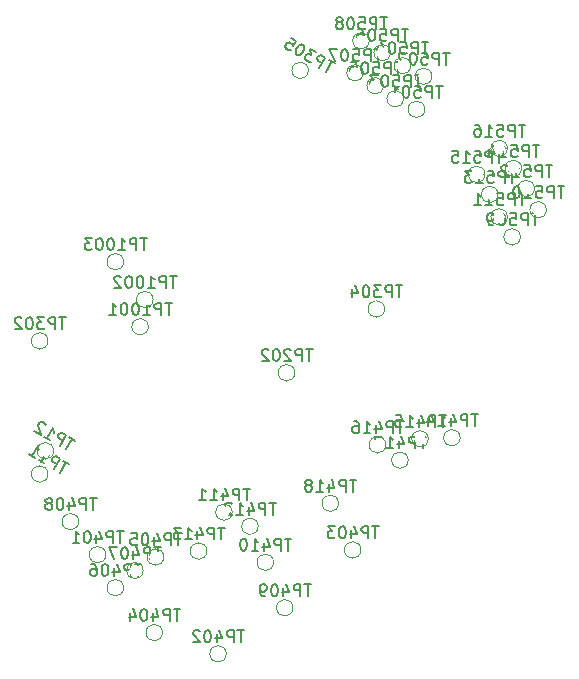
<source format=gbr>
%TF.GenerationSoftware,KiCad,Pcbnew,8.0.3*%
%TF.CreationDate,2024-08-19T15:25:54-04:00*%
%TF.ProjectId,vibrometer_h7,76696272-6f6d-4657-9465-725f68372e6b,rev?*%
%TF.SameCoordinates,Original*%
%TF.FileFunction,Legend,Bot*%
%TF.FilePolarity,Positive*%
%FSLAX46Y46*%
G04 Gerber Fmt 4.6, Leading zero omitted, Abs format (unit mm)*
G04 Created by KiCad (PCBNEW 8.0.3) date 2024-08-19 15:25:54*
%MOMM*%
%LPD*%
G01*
G04 APERTURE LIST*
G04 Aperture macros list*
%AMHorizOval*
0 Thick line with rounded ends*
0 $1 width*
0 $2 $3 position (X,Y) of the first rounded end (center of the circle)*
0 $4 $5 position (X,Y) of the second rounded end (center of the circle)*
0 Add line between two ends*
20,1,$1,$2,$3,$4,$5,0*
0 Add two circle primitives to create the rounded ends*
1,1,$1,$2,$3*
1,1,$1,$4,$5*%
G04 Aperture macros list end*
%ADD10C,0.150000*%
%ADD11C,0.120000*%
%ADD12C,0.990600*%
%ADD13C,1.600000*%
%ADD14C,0.650000*%
%ADD15HorizOval,1.000000X-0.476314X-0.275000X0.476314X0.275000X0*%
%ADD16HorizOval,1.000000X-0.346410X-0.200000X0.346410X0.200000X0*%
%ADD17C,1.000000*%
G04 APERTURE END LIST*
D10*
X168414285Y-105306819D02*
X167842857Y-105306819D01*
X168128571Y-106306819D02*
X168128571Y-105306819D01*
X167509523Y-106306819D02*
X167509523Y-105306819D01*
X167509523Y-105306819D02*
X167128571Y-105306819D01*
X167128571Y-105306819D02*
X167033333Y-105354438D01*
X167033333Y-105354438D02*
X166985714Y-105402057D01*
X166985714Y-105402057D02*
X166938095Y-105497295D01*
X166938095Y-105497295D02*
X166938095Y-105640152D01*
X166938095Y-105640152D02*
X166985714Y-105735390D01*
X166985714Y-105735390D02*
X167033333Y-105783009D01*
X167033333Y-105783009D02*
X167128571Y-105830628D01*
X167128571Y-105830628D02*
X167509523Y-105830628D01*
X166080952Y-105640152D02*
X166080952Y-106306819D01*
X166319047Y-105259200D02*
X166557142Y-105973485D01*
X166557142Y-105973485D02*
X165938095Y-105973485D01*
X165033333Y-106306819D02*
X165604761Y-106306819D01*
X165319047Y-106306819D02*
X165319047Y-105306819D01*
X165319047Y-105306819D02*
X165414285Y-105449676D01*
X165414285Y-105449676D02*
X165509523Y-105544914D01*
X165509523Y-105544914D02*
X165604761Y-105592533D01*
X164128571Y-105306819D02*
X164604761Y-105306819D01*
X164604761Y-105306819D02*
X164652380Y-105783009D01*
X164652380Y-105783009D02*
X164604761Y-105735390D01*
X164604761Y-105735390D02*
X164509523Y-105687771D01*
X164509523Y-105687771D02*
X164271428Y-105687771D01*
X164271428Y-105687771D02*
X164176190Y-105735390D01*
X164176190Y-105735390D02*
X164128571Y-105783009D01*
X164128571Y-105783009D02*
X164080952Y-105878247D01*
X164080952Y-105878247D02*
X164080952Y-106116342D01*
X164080952Y-106116342D02*
X164128571Y-106211580D01*
X164128571Y-106211580D02*
X164176190Y-106259200D01*
X164176190Y-106259200D02*
X164271428Y-106306819D01*
X164271428Y-106306819D02*
X164509523Y-106306819D01*
X164509523Y-106306819D02*
X164604761Y-106259200D01*
X164604761Y-106259200D02*
X164652380Y-106211580D01*
X176214285Y-88206819D02*
X175642857Y-88206819D01*
X175928571Y-89206819D02*
X175928571Y-88206819D01*
X175309523Y-89206819D02*
X175309523Y-88206819D01*
X175309523Y-88206819D02*
X174928571Y-88206819D01*
X174928571Y-88206819D02*
X174833333Y-88254438D01*
X174833333Y-88254438D02*
X174785714Y-88302057D01*
X174785714Y-88302057D02*
X174738095Y-88397295D01*
X174738095Y-88397295D02*
X174738095Y-88540152D01*
X174738095Y-88540152D02*
X174785714Y-88635390D01*
X174785714Y-88635390D02*
X174833333Y-88683009D01*
X174833333Y-88683009D02*
X174928571Y-88730628D01*
X174928571Y-88730628D02*
X175309523Y-88730628D01*
X173833333Y-88206819D02*
X174309523Y-88206819D01*
X174309523Y-88206819D02*
X174357142Y-88683009D01*
X174357142Y-88683009D02*
X174309523Y-88635390D01*
X174309523Y-88635390D02*
X174214285Y-88587771D01*
X174214285Y-88587771D02*
X173976190Y-88587771D01*
X173976190Y-88587771D02*
X173880952Y-88635390D01*
X173880952Y-88635390D02*
X173833333Y-88683009D01*
X173833333Y-88683009D02*
X173785714Y-88778247D01*
X173785714Y-88778247D02*
X173785714Y-89016342D01*
X173785714Y-89016342D02*
X173833333Y-89111580D01*
X173833333Y-89111580D02*
X173880952Y-89159200D01*
X173880952Y-89159200D02*
X173976190Y-89206819D01*
X173976190Y-89206819D02*
X174214285Y-89206819D01*
X174214285Y-89206819D02*
X174309523Y-89159200D01*
X174309523Y-89159200D02*
X174357142Y-89111580D01*
X173166666Y-88206819D02*
X173071428Y-88206819D01*
X173071428Y-88206819D02*
X172976190Y-88254438D01*
X172976190Y-88254438D02*
X172928571Y-88302057D01*
X172928571Y-88302057D02*
X172880952Y-88397295D01*
X172880952Y-88397295D02*
X172833333Y-88587771D01*
X172833333Y-88587771D02*
X172833333Y-88825866D01*
X172833333Y-88825866D02*
X172880952Y-89016342D01*
X172880952Y-89016342D02*
X172928571Y-89111580D01*
X172928571Y-89111580D02*
X172976190Y-89159200D01*
X172976190Y-89159200D02*
X173071428Y-89206819D01*
X173071428Y-89206819D02*
X173166666Y-89206819D01*
X173166666Y-89206819D02*
X173261904Y-89159200D01*
X173261904Y-89159200D02*
X173309523Y-89111580D01*
X173309523Y-89111580D02*
X173357142Y-89016342D01*
X173357142Y-89016342D02*
X173404761Y-88825866D01*
X173404761Y-88825866D02*
X173404761Y-88587771D01*
X173404761Y-88587771D02*
X173357142Y-88397295D01*
X173357142Y-88397295D02*
X173309523Y-88302057D01*
X173309523Y-88302057D02*
X173261904Y-88254438D01*
X173261904Y-88254438D02*
X173166666Y-88206819D01*
X172357142Y-89206819D02*
X172166666Y-89206819D01*
X172166666Y-89206819D02*
X172071428Y-89159200D01*
X172071428Y-89159200D02*
X172023809Y-89111580D01*
X172023809Y-89111580D02*
X171928571Y-88968723D01*
X171928571Y-88968723D02*
X171880952Y-88778247D01*
X171880952Y-88778247D02*
X171880952Y-88397295D01*
X171880952Y-88397295D02*
X171928571Y-88302057D01*
X171928571Y-88302057D02*
X171976190Y-88254438D01*
X171976190Y-88254438D02*
X172071428Y-88206819D01*
X172071428Y-88206819D02*
X172261904Y-88206819D01*
X172261904Y-88206819D02*
X172357142Y-88254438D01*
X172357142Y-88254438D02*
X172404761Y-88302057D01*
X172404761Y-88302057D02*
X172452380Y-88397295D01*
X172452380Y-88397295D02*
X172452380Y-88635390D01*
X172452380Y-88635390D02*
X172404761Y-88730628D01*
X172404761Y-88730628D02*
X172357142Y-88778247D01*
X172357142Y-88778247D02*
X172261904Y-88825866D01*
X172261904Y-88825866D02*
X172071428Y-88825866D01*
X172071428Y-88825866D02*
X171976190Y-88778247D01*
X171976190Y-88778247D02*
X171928571Y-88730628D01*
X171928571Y-88730628D02*
X171880952Y-88635390D01*
X144274285Y-116456819D02*
X143702857Y-116456819D01*
X143988571Y-117456819D02*
X143988571Y-116456819D01*
X143369523Y-117456819D02*
X143369523Y-116456819D01*
X143369523Y-116456819D02*
X142988571Y-116456819D01*
X142988571Y-116456819D02*
X142893333Y-116504438D01*
X142893333Y-116504438D02*
X142845714Y-116552057D01*
X142845714Y-116552057D02*
X142798095Y-116647295D01*
X142798095Y-116647295D02*
X142798095Y-116790152D01*
X142798095Y-116790152D02*
X142845714Y-116885390D01*
X142845714Y-116885390D02*
X142893333Y-116933009D01*
X142893333Y-116933009D02*
X142988571Y-116980628D01*
X142988571Y-116980628D02*
X143369523Y-116980628D01*
X141940952Y-116790152D02*
X141940952Y-117456819D01*
X142179047Y-116409200D02*
X142417142Y-117123485D01*
X142417142Y-117123485D02*
X141798095Y-117123485D01*
X141226666Y-116456819D02*
X141131428Y-116456819D01*
X141131428Y-116456819D02*
X141036190Y-116504438D01*
X141036190Y-116504438D02*
X140988571Y-116552057D01*
X140988571Y-116552057D02*
X140940952Y-116647295D01*
X140940952Y-116647295D02*
X140893333Y-116837771D01*
X140893333Y-116837771D02*
X140893333Y-117075866D01*
X140893333Y-117075866D02*
X140940952Y-117266342D01*
X140940952Y-117266342D02*
X140988571Y-117361580D01*
X140988571Y-117361580D02*
X141036190Y-117409200D01*
X141036190Y-117409200D02*
X141131428Y-117456819D01*
X141131428Y-117456819D02*
X141226666Y-117456819D01*
X141226666Y-117456819D02*
X141321904Y-117409200D01*
X141321904Y-117409200D02*
X141369523Y-117361580D01*
X141369523Y-117361580D02*
X141417142Y-117266342D01*
X141417142Y-117266342D02*
X141464761Y-117075866D01*
X141464761Y-117075866D02*
X141464761Y-116837771D01*
X141464761Y-116837771D02*
X141417142Y-116647295D01*
X141417142Y-116647295D02*
X141369523Y-116552057D01*
X141369523Y-116552057D02*
X141321904Y-116504438D01*
X141321904Y-116504438D02*
X141226666Y-116456819D01*
X140559999Y-116456819D02*
X139893333Y-116456819D01*
X139893333Y-116456819D02*
X140321904Y-117456819D01*
X166714285Y-107106819D02*
X166142857Y-107106819D01*
X166428571Y-108106819D02*
X166428571Y-107106819D01*
X165809523Y-108106819D02*
X165809523Y-107106819D01*
X165809523Y-107106819D02*
X165428571Y-107106819D01*
X165428571Y-107106819D02*
X165333333Y-107154438D01*
X165333333Y-107154438D02*
X165285714Y-107202057D01*
X165285714Y-107202057D02*
X165238095Y-107297295D01*
X165238095Y-107297295D02*
X165238095Y-107440152D01*
X165238095Y-107440152D02*
X165285714Y-107535390D01*
X165285714Y-107535390D02*
X165333333Y-107583009D01*
X165333333Y-107583009D02*
X165428571Y-107630628D01*
X165428571Y-107630628D02*
X165809523Y-107630628D01*
X164380952Y-107440152D02*
X164380952Y-108106819D01*
X164619047Y-107059200D02*
X164857142Y-107773485D01*
X164857142Y-107773485D02*
X164238095Y-107773485D01*
X163333333Y-108106819D02*
X163904761Y-108106819D01*
X163619047Y-108106819D02*
X163619047Y-107106819D01*
X163619047Y-107106819D02*
X163714285Y-107249676D01*
X163714285Y-107249676D02*
X163809523Y-107344914D01*
X163809523Y-107344914D02*
X163904761Y-107392533D01*
X162999999Y-107106819D02*
X162333333Y-107106819D01*
X162333333Y-107106819D02*
X162761904Y-108106819D01*
X173214285Y-82906819D02*
X172642857Y-82906819D01*
X172928571Y-83906819D02*
X172928571Y-82906819D01*
X172309523Y-83906819D02*
X172309523Y-82906819D01*
X172309523Y-82906819D02*
X171928571Y-82906819D01*
X171928571Y-82906819D02*
X171833333Y-82954438D01*
X171833333Y-82954438D02*
X171785714Y-83002057D01*
X171785714Y-83002057D02*
X171738095Y-83097295D01*
X171738095Y-83097295D02*
X171738095Y-83240152D01*
X171738095Y-83240152D02*
X171785714Y-83335390D01*
X171785714Y-83335390D02*
X171833333Y-83383009D01*
X171833333Y-83383009D02*
X171928571Y-83430628D01*
X171928571Y-83430628D02*
X172309523Y-83430628D01*
X170833333Y-82906819D02*
X171309523Y-82906819D01*
X171309523Y-82906819D02*
X171357142Y-83383009D01*
X171357142Y-83383009D02*
X171309523Y-83335390D01*
X171309523Y-83335390D02*
X171214285Y-83287771D01*
X171214285Y-83287771D02*
X170976190Y-83287771D01*
X170976190Y-83287771D02*
X170880952Y-83335390D01*
X170880952Y-83335390D02*
X170833333Y-83383009D01*
X170833333Y-83383009D02*
X170785714Y-83478247D01*
X170785714Y-83478247D02*
X170785714Y-83716342D01*
X170785714Y-83716342D02*
X170833333Y-83811580D01*
X170833333Y-83811580D02*
X170880952Y-83859200D01*
X170880952Y-83859200D02*
X170976190Y-83906819D01*
X170976190Y-83906819D02*
X171214285Y-83906819D01*
X171214285Y-83906819D02*
X171309523Y-83859200D01*
X171309523Y-83859200D02*
X171357142Y-83811580D01*
X169833333Y-83906819D02*
X170404761Y-83906819D01*
X170119047Y-83906819D02*
X170119047Y-82906819D01*
X170119047Y-82906819D02*
X170214285Y-83049676D01*
X170214285Y-83049676D02*
X170309523Y-83144914D01*
X170309523Y-83144914D02*
X170404761Y-83192533D01*
X168928571Y-82906819D02*
X169404761Y-82906819D01*
X169404761Y-82906819D02*
X169452380Y-83383009D01*
X169452380Y-83383009D02*
X169404761Y-83335390D01*
X169404761Y-83335390D02*
X169309523Y-83287771D01*
X169309523Y-83287771D02*
X169071428Y-83287771D01*
X169071428Y-83287771D02*
X168976190Y-83335390D01*
X168976190Y-83335390D02*
X168928571Y-83383009D01*
X168928571Y-83383009D02*
X168880952Y-83478247D01*
X168880952Y-83478247D02*
X168880952Y-83716342D01*
X168880952Y-83716342D02*
X168928571Y-83811580D01*
X168928571Y-83811580D02*
X168976190Y-83859200D01*
X168976190Y-83859200D02*
X169071428Y-83906819D01*
X169071428Y-83906819D02*
X169309523Y-83906819D01*
X169309523Y-83906819D02*
X169404761Y-83859200D01*
X169404761Y-83859200D02*
X169452380Y-83811580D01*
X163414285Y-71606819D02*
X162842857Y-71606819D01*
X163128571Y-72606819D02*
X163128571Y-71606819D01*
X162509523Y-72606819D02*
X162509523Y-71606819D01*
X162509523Y-71606819D02*
X162128571Y-71606819D01*
X162128571Y-71606819D02*
X162033333Y-71654438D01*
X162033333Y-71654438D02*
X161985714Y-71702057D01*
X161985714Y-71702057D02*
X161938095Y-71797295D01*
X161938095Y-71797295D02*
X161938095Y-71940152D01*
X161938095Y-71940152D02*
X161985714Y-72035390D01*
X161985714Y-72035390D02*
X162033333Y-72083009D01*
X162033333Y-72083009D02*
X162128571Y-72130628D01*
X162128571Y-72130628D02*
X162509523Y-72130628D01*
X161033333Y-71606819D02*
X161509523Y-71606819D01*
X161509523Y-71606819D02*
X161557142Y-72083009D01*
X161557142Y-72083009D02*
X161509523Y-72035390D01*
X161509523Y-72035390D02*
X161414285Y-71987771D01*
X161414285Y-71987771D02*
X161176190Y-71987771D01*
X161176190Y-71987771D02*
X161080952Y-72035390D01*
X161080952Y-72035390D02*
X161033333Y-72083009D01*
X161033333Y-72083009D02*
X160985714Y-72178247D01*
X160985714Y-72178247D02*
X160985714Y-72416342D01*
X160985714Y-72416342D02*
X161033333Y-72511580D01*
X161033333Y-72511580D02*
X161080952Y-72559200D01*
X161080952Y-72559200D02*
X161176190Y-72606819D01*
X161176190Y-72606819D02*
X161414285Y-72606819D01*
X161414285Y-72606819D02*
X161509523Y-72559200D01*
X161509523Y-72559200D02*
X161557142Y-72511580D01*
X160366666Y-71606819D02*
X160271428Y-71606819D01*
X160271428Y-71606819D02*
X160176190Y-71654438D01*
X160176190Y-71654438D02*
X160128571Y-71702057D01*
X160128571Y-71702057D02*
X160080952Y-71797295D01*
X160080952Y-71797295D02*
X160033333Y-71987771D01*
X160033333Y-71987771D02*
X160033333Y-72225866D01*
X160033333Y-72225866D02*
X160080952Y-72416342D01*
X160080952Y-72416342D02*
X160128571Y-72511580D01*
X160128571Y-72511580D02*
X160176190Y-72559200D01*
X160176190Y-72559200D02*
X160271428Y-72606819D01*
X160271428Y-72606819D02*
X160366666Y-72606819D01*
X160366666Y-72606819D02*
X160461904Y-72559200D01*
X160461904Y-72559200D02*
X160509523Y-72511580D01*
X160509523Y-72511580D02*
X160557142Y-72416342D01*
X160557142Y-72416342D02*
X160604761Y-72225866D01*
X160604761Y-72225866D02*
X160604761Y-71987771D01*
X160604761Y-71987771D02*
X160557142Y-71797295D01*
X160557142Y-71797295D02*
X160509523Y-71702057D01*
X160509523Y-71702057D02*
X160461904Y-71654438D01*
X160461904Y-71654438D02*
X160366666Y-71606819D01*
X159461904Y-72035390D02*
X159557142Y-71987771D01*
X159557142Y-71987771D02*
X159604761Y-71940152D01*
X159604761Y-71940152D02*
X159652380Y-71844914D01*
X159652380Y-71844914D02*
X159652380Y-71797295D01*
X159652380Y-71797295D02*
X159604761Y-71702057D01*
X159604761Y-71702057D02*
X159557142Y-71654438D01*
X159557142Y-71654438D02*
X159461904Y-71606819D01*
X159461904Y-71606819D02*
X159271428Y-71606819D01*
X159271428Y-71606819D02*
X159176190Y-71654438D01*
X159176190Y-71654438D02*
X159128571Y-71702057D01*
X159128571Y-71702057D02*
X159080952Y-71797295D01*
X159080952Y-71797295D02*
X159080952Y-71844914D01*
X159080952Y-71844914D02*
X159128571Y-71940152D01*
X159128571Y-71940152D02*
X159176190Y-71987771D01*
X159176190Y-71987771D02*
X159271428Y-72035390D01*
X159271428Y-72035390D02*
X159461904Y-72035390D01*
X159461904Y-72035390D02*
X159557142Y-72083009D01*
X159557142Y-72083009D02*
X159604761Y-72130628D01*
X159604761Y-72130628D02*
X159652380Y-72225866D01*
X159652380Y-72225866D02*
X159652380Y-72416342D01*
X159652380Y-72416342D02*
X159604761Y-72511580D01*
X159604761Y-72511580D02*
X159557142Y-72559200D01*
X159557142Y-72559200D02*
X159461904Y-72606819D01*
X159461904Y-72606819D02*
X159271428Y-72606819D01*
X159271428Y-72606819D02*
X159176190Y-72559200D01*
X159176190Y-72559200D02*
X159128571Y-72511580D01*
X159128571Y-72511580D02*
X159080952Y-72416342D01*
X159080952Y-72416342D02*
X159080952Y-72225866D01*
X159080952Y-72225866D02*
X159128571Y-72130628D01*
X159128571Y-72130628D02*
X159176190Y-72083009D01*
X159176190Y-72083009D02*
X159271428Y-72035390D01*
X142614285Y-117906819D02*
X142042857Y-117906819D01*
X142328571Y-118906819D02*
X142328571Y-117906819D01*
X141709523Y-118906819D02*
X141709523Y-117906819D01*
X141709523Y-117906819D02*
X141328571Y-117906819D01*
X141328571Y-117906819D02*
X141233333Y-117954438D01*
X141233333Y-117954438D02*
X141185714Y-118002057D01*
X141185714Y-118002057D02*
X141138095Y-118097295D01*
X141138095Y-118097295D02*
X141138095Y-118240152D01*
X141138095Y-118240152D02*
X141185714Y-118335390D01*
X141185714Y-118335390D02*
X141233333Y-118383009D01*
X141233333Y-118383009D02*
X141328571Y-118430628D01*
X141328571Y-118430628D02*
X141709523Y-118430628D01*
X140280952Y-118240152D02*
X140280952Y-118906819D01*
X140519047Y-117859200D02*
X140757142Y-118573485D01*
X140757142Y-118573485D02*
X140138095Y-118573485D01*
X139566666Y-117906819D02*
X139471428Y-117906819D01*
X139471428Y-117906819D02*
X139376190Y-117954438D01*
X139376190Y-117954438D02*
X139328571Y-118002057D01*
X139328571Y-118002057D02*
X139280952Y-118097295D01*
X139280952Y-118097295D02*
X139233333Y-118287771D01*
X139233333Y-118287771D02*
X139233333Y-118525866D01*
X139233333Y-118525866D02*
X139280952Y-118716342D01*
X139280952Y-118716342D02*
X139328571Y-118811580D01*
X139328571Y-118811580D02*
X139376190Y-118859200D01*
X139376190Y-118859200D02*
X139471428Y-118906819D01*
X139471428Y-118906819D02*
X139566666Y-118906819D01*
X139566666Y-118906819D02*
X139661904Y-118859200D01*
X139661904Y-118859200D02*
X139709523Y-118811580D01*
X139709523Y-118811580D02*
X139757142Y-118716342D01*
X139757142Y-118716342D02*
X139804761Y-118525866D01*
X139804761Y-118525866D02*
X139804761Y-118287771D01*
X139804761Y-118287771D02*
X139757142Y-118097295D01*
X139757142Y-118097295D02*
X139709523Y-118002057D01*
X139709523Y-118002057D02*
X139661904Y-117954438D01*
X139661904Y-117954438D02*
X139566666Y-117906819D01*
X138376190Y-117906819D02*
X138566666Y-117906819D01*
X138566666Y-117906819D02*
X138661904Y-117954438D01*
X138661904Y-117954438D02*
X138709523Y-118002057D01*
X138709523Y-118002057D02*
X138804761Y-118144914D01*
X138804761Y-118144914D02*
X138852380Y-118335390D01*
X138852380Y-118335390D02*
X138852380Y-118716342D01*
X138852380Y-118716342D02*
X138804761Y-118811580D01*
X138804761Y-118811580D02*
X138757142Y-118859200D01*
X138757142Y-118859200D02*
X138661904Y-118906819D01*
X138661904Y-118906819D02*
X138471428Y-118906819D01*
X138471428Y-118906819D02*
X138376190Y-118859200D01*
X138376190Y-118859200D02*
X138328571Y-118811580D01*
X138328571Y-118811580D02*
X138280952Y-118716342D01*
X138280952Y-118716342D02*
X138280952Y-118478247D01*
X138280952Y-118478247D02*
X138328571Y-118383009D01*
X138328571Y-118383009D02*
X138376190Y-118335390D01*
X138376190Y-118335390D02*
X138471428Y-118287771D01*
X138471428Y-118287771D02*
X138661904Y-118287771D01*
X138661904Y-118287771D02*
X138757142Y-118335390D01*
X138757142Y-118335390D02*
X138804761Y-118383009D01*
X138804761Y-118383009D02*
X138852380Y-118478247D01*
X165214285Y-72606819D02*
X164642857Y-72606819D01*
X164928571Y-73606819D02*
X164928571Y-72606819D01*
X164309523Y-73606819D02*
X164309523Y-72606819D01*
X164309523Y-72606819D02*
X163928571Y-72606819D01*
X163928571Y-72606819D02*
X163833333Y-72654438D01*
X163833333Y-72654438D02*
X163785714Y-72702057D01*
X163785714Y-72702057D02*
X163738095Y-72797295D01*
X163738095Y-72797295D02*
X163738095Y-72940152D01*
X163738095Y-72940152D02*
X163785714Y-73035390D01*
X163785714Y-73035390D02*
X163833333Y-73083009D01*
X163833333Y-73083009D02*
X163928571Y-73130628D01*
X163928571Y-73130628D02*
X164309523Y-73130628D01*
X162833333Y-72606819D02*
X163309523Y-72606819D01*
X163309523Y-72606819D02*
X163357142Y-73083009D01*
X163357142Y-73083009D02*
X163309523Y-73035390D01*
X163309523Y-73035390D02*
X163214285Y-72987771D01*
X163214285Y-72987771D02*
X162976190Y-72987771D01*
X162976190Y-72987771D02*
X162880952Y-73035390D01*
X162880952Y-73035390D02*
X162833333Y-73083009D01*
X162833333Y-73083009D02*
X162785714Y-73178247D01*
X162785714Y-73178247D02*
X162785714Y-73416342D01*
X162785714Y-73416342D02*
X162833333Y-73511580D01*
X162833333Y-73511580D02*
X162880952Y-73559200D01*
X162880952Y-73559200D02*
X162976190Y-73606819D01*
X162976190Y-73606819D02*
X163214285Y-73606819D01*
X163214285Y-73606819D02*
X163309523Y-73559200D01*
X163309523Y-73559200D02*
X163357142Y-73511580D01*
X162166666Y-72606819D02*
X162071428Y-72606819D01*
X162071428Y-72606819D02*
X161976190Y-72654438D01*
X161976190Y-72654438D02*
X161928571Y-72702057D01*
X161928571Y-72702057D02*
X161880952Y-72797295D01*
X161880952Y-72797295D02*
X161833333Y-72987771D01*
X161833333Y-72987771D02*
X161833333Y-73225866D01*
X161833333Y-73225866D02*
X161880952Y-73416342D01*
X161880952Y-73416342D02*
X161928571Y-73511580D01*
X161928571Y-73511580D02*
X161976190Y-73559200D01*
X161976190Y-73559200D02*
X162071428Y-73606819D01*
X162071428Y-73606819D02*
X162166666Y-73606819D01*
X162166666Y-73606819D02*
X162261904Y-73559200D01*
X162261904Y-73559200D02*
X162309523Y-73511580D01*
X162309523Y-73511580D02*
X162357142Y-73416342D01*
X162357142Y-73416342D02*
X162404761Y-73225866D01*
X162404761Y-73225866D02*
X162404761Y-72987771D01*
X162404761Y-72987771D02*
X162357142Y-72797295D01*
X162357142Y-72797295D02*
X162309523Y-72702057D01*
X162309523Y-72702057D02*
X162261904Y-72654438D01*
X162261904Y-72654438D02*
X162166666Y-72606819D01*
X160976190Y-72606819D02*
X161166666Y-72606819D01*
X161166666Y-72606819D02*
X161261904Y-72654438D01*
X161261904Y-72654438D02*
X161309523Y-72702057D01*
X161309523Y-72702057D02*
X161404761Y-72844914D01*
X161404761Y-72844914D02*
X161452380Y-73035390D01*
X161452380Y-73035390D02*
X161452380Y-73416342D01*
X161452380Y-73416342D02*
X161404761Y-73511580D01*
X161404761Y-73511580D02*
X161357142Y-73559200D01*
X161357142Y-73559200D02*
X161261904Y-73606819D01*
X161261904Y-73606819D02*
X161071428Y-73606819D01*
X161071428Y-73606819D02*
X160976190Y-73559200D01*
X160976190Y-73559200D02*
X160928571Y-73511580D01*
X160928571Y-73511580D02*
X160880952Y-73416342D01*
X160880952Y-73416342D02*
X160880952Y-73178247D01*
X160880952Y-73178247D02*
X160928571Y-73083009D01*
X160928571Y-73083009D02*
X160976190Y-73035390D01*
X160976190Y-73035390D02*
X161071428Y-72987771D01*
X161071428Y-72987771D02*
X161261904Y-72987771D01*
X161261904Y-72987771D02*
X161357142Y-73035390D01*
X161357142Y-73035390D02*
X161404761Y-73083009D01*
X161404761Y-73083009D02*
X161452380Y-73178247D01*
X164714285Y-94306819D02*
X164142857Y-94306819D01*
X164428571Y-95306819D02*
X164428571Y-94306819D01*
X163809523Y-95306819D02*
X163809523Y-94306819D01*
X163809523Y-94306819D02*
X163428571Y-94306819D01*
X163428571Y-94306819D02*
X163333333Y-94354438D01*
X163333333Y-94354438D02*
X163285714Y-94402057D01*
X163285714Y-94402057D02*
X163238095Y-94497295D01*
X163238095Y-94497295D02*
X163238095Y-94640152D01*
X163238095Y-94640152D02*
X163285714Y-94735390D01*
X163285714Y-94735390D02*
X163333333Y-94783009D01*
X163333333Y-94783009D02*
X163428571Y-94830628D01*
X163428571Y-94830628D02*
X163809523Y-94830628D01*
X162904761Y-94306819D02*
X162285714Y-94306819D01*
X162285714Y-94306819D02*
X162619047Y-94687771D01*
X162619047Y-94687771D02*
X162476190Y-94687771D01*
X162476190Y-94687771D02*
X162380952Y-94735390D01*
X162380952Y-94735390D02*
X162333333Y-94783009D01*
X162333333Y-94783009D02*
X162285714Y-94878247D01*
X162285714Y-94878247D02*
X162285714Y-95116342D01*
X162285714Y-95116342D02*
X162333333Y-95211580D01*
X162333333Y-95211580D02*
X162380952Y-95259200D01*
X162380952Y-95259200D02*
X162476190Y-95306819D01*
X162476190Y-95306819D02*
X162761904Y-95306819D01*
X162761904Y-95306819D02*
X162857142Y-95259200D01*
X162857142Y-95259200D02*
X162904761Y-95211580D01*
X161666666Y-94306819D02*
X161571428Y-94306819D01*
X161571428Y-94306819D02*
X161476190Y-94354438D01*
X161476190Y-94354438D02*
X161428571Y-94402057D01*
X161428571Y-94402057D02*
X161380952Y-94497295D01*
X161380952Y-94497295D02*
X161333333Y-94687771D01*
X161333333Y-94687771D02*
X161333333Y-94925866D01*
X161333333Y-94925866D02*
X161380952Y-95116342D01*
X161380952Y-95116342D02*
X161428571Y-95211580D01*
X161428571Y-95211580D02*
X161476190Y-95259200D01*
X161476190Y-95259200D02*
X161571428Y-95306819D01*
X161571428Y-95306819D02*
X161666666Y-95306819D01*
X161666666Y-95306819D02*
X161761904Y-95259200D01*
X161761904Y-95259200D02*
X161809523Y-95211580D01*
X161809523Y-95211580D02*
X161857142Y-95116342D01*
X161857142Y-95116342D02*
X161904761Y-94925866D01*
X161904761Y-94925866D02*
X161904761Y-94687771D01*
X161904761Y-94687771D02*
X161857142Y-94497295D01*
X161857142Y-94497295D02*
X161809523Y-94402057D01*
X161809523Y-94402057D02*
X161761904Y-94354438D01*
X161761904Y-94354438D02*
X161666666Y-94306819D01*
X160476190Y-94640152D02*
X160476190Y-95306819D01*
X160714285Y-94259200D02*
X160952380Y-94973485D01*
X160952380Y-94973485D02*
X160333333Y-94973485D01*
X149664285Y-114806819D02*
X149092857Y-114806819D01*
X149378571Y-115806819D02*
X149378571Y-114806819D01*
X148759523Y-115806819D02*
X148759523Y-114806819D01*
X148759523Y-114806819D02*
X148378571Y-114806819D01*
X148378571Y-114806819D02*
X148283333Y-114854438D01*
X148283333Y-114854438D02*
X148235714Y-114902057D01*
X148235714Y-114902057D02*
X148188095Y-114997295D01*
X148188095Y-114997295D02*
X148188095Y-115140152D01*
X148188095Y-115140152D02*
X148235714Y-115235390D01*
X148235714Y-115235390D02*
X148283333Y-115283009D01*
X148283333Y-115283009D02*
X148378571Y-115330628D01*
X148378571Y-115330628D02*
X148759523Y-115330628D01*
X147330952Y-115140152D02*
X147330952Y-115806819D01*
X147569047Y-114759200D02*
X147807142Y-115473485D01*
X147807142Y-115473485D02*
X147188095Y-115473485D01*
X146283333Y-115806819D02*
X146854761Y-115806819D01*
X146569047Y-115806819D02*
X146569047Y-114806819D01*
X146569047Y-114806819D02*
X146664285Y-114949676D01*
X146664285Y-114949676D02*
X146759523Y-115044914D01*
X146759523Y-115044914D02*
X146854761Y-115092533D01*
X145949999Y-114806819D02*
X145330952Y-114806819D01*
X145330952Y-114806819D02*
X145664285Y-115187771D01*
X145664285Y-115187771D02*
X145521428Y-115187771D01*
X145521428Y-115187771D02*
X145426190Y-115235390D01*
X145426190Y-115235390D02*
X145378571Y-115283009D01*
X145378571Y-115283009D02*
X145330952Y-115378247D01*
X145330952Y-115378247D02*
X145330952Y-115616342D01*
X145330952Y-115616342D02*
X145378571Y-115711580D01*
X145378571Y-115711580D02*
X145426190Y-115759200D01*
X145426190Y-115759200D02*
X145521428Y-115806819D01*
X145521428Y-115806819D02*
X145807142Y-115806819D01*
X145807142Y-115806819D02*
X145902380Y-115759200D01*
X145902380Y-115759200D02*
X145949999Y-115711580D01*
X155314285Y-115756819D02*
X154742857Y-115756819D01*
X155028571Y-116756819D02*
X155028571Y-115756819D01*
X154409523Y-116756819D02*
X154409523Y-115756819D01*
X154409523Y-115756819D02*
X154028571Y-115756819D01*
X154028571Y-115756819D02*
X153933333Y-115804438D01*
X153933333Y-115804438D02*
X153885714Y-115852057D01*
X153885714Y-115852057D02*
X153838095Y-115947295D01*
X153838095Y-115947295D02*
X153838095Y-116090152D01*
X153838095Y-116090152D02*
X153885714Y-116185390D01*
X153885714Y-116185390D02*
X153933333Y-116233009D01*
X153933333Y-116233009D02*
X154028571Y-116280628D01*
X154028571Y-116280628D02*
X154409523Y-116280628D01*
X152980952Y-116090152D02*
X152980952Y-116756819D01*
X153219047Y-115709200D02*
X153457142Y-116423485D01*
X153457142Y-116423485D02*
X152838095Y-116423485D01*
X151933333Y-116756819D02*
X152504761Y-116756819D01*
X152219047Y-116756819D02*
X152219047Y-115756819D01*
X152219047Y-115756819D02*
X152314285Y-115899676D01*
X152314285Y-115899676D02*
X152409523Y-115994914D01*
X152409523Y-115994914D02*
X152504761Y-116042533D01*
X151314285Y-115756819D02*
X151219047Y-115756819D01*
X151219047Y-115756819D02*
X151123809Y-115804438D01*
X151123809Y-115804438D02*
X151076190Y-115852057D01*
X151076190Y-115852057D02*
X151028571Y-115947295D01*
X151028571Y-115947295D02*
X150980952Y-116137771D01*
X150980952Y-116137771D02*
X150980952Y-116375866D01*
X150980952Y-116375866D02*
X151028571Y-116566342D01*
X151028571Y-116566342D02*
X151076190Y-116661580D01*
X151076190Y-116661580D02*
X151123809Y-116709200D01*
X151123809Y-116709200D02*
X151219047Y-116756819D01*
X151219047Y-116756819D02*
X151314285Y-116756819D01*
X151314285Y-116756819D02*
X151409523Y-116709200D01*
X151409523Y-116709200D02*
X151457142Y-116661580D01*
X151457142Y-116661580D02*
X151504761Y-116566342D01*
X151504761Y-116566342D02*
X151552380Y-116375866D01*
X151552380Y-116375866D02*
X151552380Y-116137771D01*
X151552380Y-116137771D02*
X151504761Y-115947295D01*
X151504761Y-115947295D02*
X151457142Y-115852057D01*
X151457142Y-115852057D02*
X151409523Y-115804438D01*
X151409523Y-115804438D02*
X151314285Y-115756819D01*
X154014285Y-112706819D02*
X153442857Y-112706819D01*
X153728571Y-113706819D02*
X153728571Y-112706819D01*
X153109523Y-113706819D02*
X153109523Y-112706819D01*
X153109523Y-112706819D02*
X152728571Y-112706819D01*
X152728571Y-112706819D02*
X152633333Y-112754438D01*
X152633333Y-112754438D02*
X152585714Y-112802057D01*
X152585714Y-112802057D02*
X152538095Y-112897295D01*
X152538095Y-112897295D02*
X152538095Y-113040152D01*
X152538095Y-113040152D02*
X152585714Y-113135390D01*
X152585714Y-113135390D02*
X152633333Y-113183009D01*
X152633333Y-113183009D02*
X152728571Y-113230628D01*
X152728571Y-113230628D02*
X153109523Y-113230628D01*
X151680952Y-113040152D02*
X151680952Y-113706819D01*
X151919047Y-112659200D02*
X152157142Y-113373485D01*
X152157142Y-113373485D02*
X151538095Y-113373485D01*
X150633333Y-113706819D02*
X151204761Y-113706819D01*
X150919047Y-113706819D02*
X150919047Y-112706819D01*
X150919047Y-112706819D02*
X151014285Y-112849676D01*
X151014285Y-112849676D02*
X151109523Y-112944914D01*
X151109523Y-112944914D02*
X151204761Y-112992533D01*
X150252380Y-112802057D02*
X150204761Y-112754438D01*
X150204761Y-112754438D02*
X150109523Y-112706819D01*
X150109523Y-112706819D02*
X149871428Y-112706819D01*
X149871428Y-112706819D02*
X149776190Y-112754438D01*
X149776190Y-112754438D02*
X149728571Y-112802057D01*
X149728571Y-112802057D02*
X149680952Y-112897295D01*
X149680952Y-112897295D02*
X149680952Y-112992533D01*
X149680952Y-112992533D02*
X149728571Y-113135390D01*
X149728571Y-113135390D02*
X150299999Y-113706819D01*
X150299999Y-113706819D02*
X149680952Y-113706819D01*
X177414285Y-84106819D02*
X176842857Y-84106819D01*
X177128571Y-85106819D02*
X177128571Y-84106819D01*
X176509523Y-85106819D02*
X176509523Y-84106819D01*
X176509523Y-84106819D02*
X176128571Y-84106819D01*
X176128571Y-84106819D02*
X176033333Y-84154438D01*
X176033333Y-84154438D02*
X175985714Y-84202057D01*
X175985714Y-84202057D02*
X175938095Y-84297295D01*
X175938095Y-84297295D02*
X175938095Y-84440152D01*
X175938095Y-84440152D02*
X175985714Y-84535390D01*
X175985714Y-84535390D02*
X176033333Y-84583009D01*
X176033333Y-84583009D02*
X176128571Y-84630628D01*
X176128571Y-84630628D02*
X176509523Y-84630628D01*
X175033333Y-84106819D02*
X175509523Y-84106819D01*
X175509523Y-84106819D02*
X175557142Y-84583009D01*
X175557142Y-84583009D02*
X175509523Y-84535390D01*
X175509523Y-84535390D02*
X175414285Y-84487771D01*
X175414285Y-84487771D02*
X175176190Y-84487771D01*
X175176190Y-84487771D02*
X175080952Y-84535390D01*
X175080952Y-84535390D02*
X175033333Y-84583009D01*
X175033333Y-84583009D02*
X174985714Y-84678247D01*
X174985714Y-84678247D02*
X174985714Y-84916342D01*
X174985714Y-84916342D02*
X175033333Y-85011580D01*
X175033333Y-85011580D02*
X175080952Y-85059200D01*
X175080952Y-85059200D02*
X175176190Y-85106819D01*
X175176190Y-85106819D02*
X175414285Y-85106819D01*
X175414285Y-85106819D02*
X175509523Y-85059200D01*
X175509523Y-85059200D02*
X175557142Y-85011580D01*
X174033333Y-85106819D02*
X174604761Y-85106819D01*
X174319047Y-85106819D02*
X174319047Y-84106819D01*
X174319047Y-84106819D02*
X174414285Y-84249676D01*
X174414285Y-84249676D02*
X174509523Y-84344914D01*
X174509523Y-84344914D02*
X174604761Y-84392533D01*
X173652380Y-84202057D02*
X173604761Y-84154438D01*
X173604761Y-84154438D02*
X173509523Y-84106819D01*
X173509523Y-84106819D02*
X173271428Y-84106819D01*
X173271428Y-84106819D02*
X173176190Y-84154438D01*
X173176190Y-84154438D02*
X173128571Y-84202057D01*
X173128571Y-84202057D02*
X173080952Y-84297295D01*
X173080952Y-84297295D02*
X173080952Y-84392533D01*
X173080952Y-84392533D02*
X173128571Y-84535390D01*
X173128571Y-84535390D02*
X173699999Y-85106819D01*
X173699999Y-85106819D02*
X173080952Y-85106819D01*
X175114285Y-80706819D02*
X174542857Y-80706819D01*
X174828571Y-81706819D02*
X174828571Y-80706819D01*
X174209523Y-81706819D02*
X174209523Y-80706819D01*
X174209523Y-80706819D02*
X173828571Y-80706819D01*
X173828571Y-80706819D02*
X173733333Y-80754438D01*
X173733333Y-80754438D02*
X173685714Y-80802057D01*
X173685714Y-80802057D02*
X173638095Y-80897295D01*
X173638095Y-80897295D02*
X173638095Y-81040152D01*
X173638095Y-81040152D02*
X173685714Y-81135390D01*
X173685714Y-81135390D02*
X173733333Y-81183009D01*
X173733333Y-81183009D02*
X173828571Y-81230628D01*
X173828571Y-81230628D02*
X174209523Y-81230628D01*
X172733333Y-80706819D02*
X173209523Y-80706819D01*
X173209523Y-80706819D02*
X173257142Y-81183009D01*
X173257142Y-81183009D02*
X173209523Y-81135390D01*
X173209523Y-81135390D02*
X173114285Y-81087771D01*
X173114285Y-81087771D02*
X172876190Y-81087771D01*
X172876190Y-81087771D02*
X172780952Y-81135390D01*
X172780952Y-81135390D02*
X172733333Y-81183009D01*
X172733333Y-81183009D02*
X172685714Y-81278247D01*
X172685714Y-81278247D02*
X172685714Y-81516342D01*
X172685714Y-81516342D02*
X172733333Y-81611580D01*
X172733333Y-81611580D02*
X172780952Y-81659200D01*
X172780952Y-81659200D02*
X172876190Y-81706819D01*
X172876190Y-81706819D02*
X173114285Y-81706819D01*
X173114285Y-81706819D02*
X173209523Y-81659200D01*
X173209523Y-81659200D02*
X173257142Y-81611580D01*
X171733333Y-81706819D02*
X172304761Y-81706819D01*
X172019047Y-81706819D02*
X172019047Y-80706819D01*
X172019047Y-80706819D02*
X172114285Y-80849676D01*
X172114285Y-80849676D02*
X172209523Y-80944914D01*
X172209523Y-80944914D02*
X172304761Y-80992533D01*
X170876190Y-80706819D02*
X171066666Y-80706819D01*
X171066666Y-80706819D02*
X171161904Y-80754438D01*
X171161904Y-80754438D02*
X171209523Y-80802057D01*
X171209523Y-80802057D02*
X171304761Y-80944914D01*
X171304761Y-80944914D02*
X171352380Y-81135390D01*
X171352380Y-81135390D02*
X171352380Y-81516342D01*
X171352380Y-81516342D02*
X171304761Y-81611580D01*
X171304761Y-81611580D02*
X171257142Y-81659200D01*
X171257142Y-81659200D02*
X171161904Y-81706819D01*
X171161904Y-81706819D02*
X170971428Y-81706819D01*
X170971428Y-81706819D02*
X170876190Y-81659200D01*
X170876190Y-81659200D02*
X170828571Y-81611580D01*
X170828571Y-81611580D02*
X170780952Y-81516342D01*
X170780952Y-81516342D02*
X170780952Y-81278247D01*
X170780952Y-81278247D02*
X170828571Y-81183009D01*
X170828571Y-81183009D02*
X170876190Y-81135390D01*
X170876190Y-81135390D02*
X170971428Y-81087771D01*
X170971428Y-81087771D02*
X171161904Y-81087771D01*
X171161904Y-81087771D02*
X171257142Y-81135390D01*
X171257142Y-81135390D02*
X171304761Y-81183009D01*
X171304761Y-81183009D02*
X171352380Y-81278247D01*
X145914285Y-121706819D02*
X145342857Y-121706819D01*
X145628571Y-122706819D02*
X145628571Y-121706819D01*
X145009523Y-122706819D02*
X145009523Y-121706819D01*
X145009523Y-121706819D02*
X144628571Y-121706819D01*
X144628571Y-121706819D02*
X144533333Y-121754438D01*
X144533333Y-121754438D02*
X144485714Y-121802057D01*
X144485714Y-121802057D02*
X144438095Y-121897295D01*
X144438095Y-121897295D02*
X144438095Y-122040152D01*
X144438095Y-122040152D02*
X144485714Y-122135390D01*
X144485714Y-122135390D02*
X144533333Y-122183009D01*
X144533333Y-122183009D02*
X144628571Y-122230628D01*
X144628571Y-122230628D02*
X145009523Y-122230628D01*
X143580952Y-122040152D02*
X143580952Y-122706819D01*
X143819047Y-121659200D02*
X144057142Y-122373485D01*
X144057142Y-122373485D02*
X143438095Y-122373485D01*
X142866666Y-121706819D02*
X142771428Y-121706819D01*
X142771428Y-121706819D02*
X142676190Y-121754438D01*
X142676190Y-121754438D02*
X142628571Y-121802057D01*
X142628571Y-121802057D02*
X142580952Y-121897295D01*
X142580952Y-121897295D02*
X142533333Y-122087771D01*
X142533333Y-122087771D02*
X142533333Y-122325866D01*
X142533333Y-122325866D02*
X142580952Y-122516342D01*
X142580952Y-122516342D02*
X142628571Y-122611580D01*
X142628571Y-122611580D02*
X142676190Y-122659200D01*
X142676190Y-122659200D02*
X142771428Y-122706819D01*
X142771428Y-122706819D02*
X142866666Y-122706819D01*
X142866666Y-122706819D02*
X142961904Y-122659200D01*
X142961904Y-122659200D02*
X143009523Y-122611580D01*
X143009523Y-122611580D02*
X143057142Y-122516342D01*
X143057142Y-122516342D02*
X143104761Y-122325866D01*
X143104761Y-122325866D02*
X143104761Y-122087771D01*
X143104761Y-122087771D02*
X143057142Y-121897295D01*
X143057142Y-121897295D02*
X143009523Y-121802057D01*
X143009523Y-121802057D02*
X142961904Y-121754438D01*
X142961904Y-121754438D02*
X142866666Y-121706819D01*
X141676190Y-122040152D02*
X141676190Y-122706819D01*
X141914285Y-121659200D02*
X142152380Y-122373485D01*
X142152380Y-122373485D02*
X141533333Y-122373485D01*
X143090475Y-90306819D02*
X142519047Y-90306819D01*
X142804761Y-91306819D02*
X142804761Y-90306819D01*
X142185713Y-91306819D02*
X142185713Y-90306819D01*
X142185713Y-90306819D02*
X141804761Y-90306819D01*
X141804761Y-90306819D02*
X141709523Y-90354438D01*
X141709523Y-90354438D02*
X141661904Y-90402057D01*
X141661904Y-90402057D02*
X141614285Y-90497295D01*
X141614285Y-90497295D02*
X141614285Y-90640152D01*
X141614285Y-90640152D02*
X141661904Y-90735390D01*
X141661904Y-90735390D02*
X141709523Y-90783009D01*
X141709523Y-90783009D02*
X141804761Y-90830628D01*
X141804761Y-90830628D02*
X142185713Y-90830628D01*
X140661904Y-91306819D02*
X141233332Y-91306819D01*
X140947618Y-91306819D02*
X140947618Y-90306819D01*
X140947618Y-90306819D02*
X141042856Y-90449676D01*
X141042856Y-90449676D02*
X141138094Y-90544914D01*
X141138094Y-90544914D02*
X141233332Y-90592533D01*
X140042856Y-90306819D02*
X139947618Y-90306819D01*
X139947618Y-90306819D02*
X139852380Y-90354438D01*
X139852380Y-90354438D02*
X139804761Y-90402057D01*
X139804761Y-90402057D02*
X139757142Y-90497295D01*
X139757142Y-90497295D02*
X139709523Y-90687771D01*
X139709523Y-90687771D02*
X139709523Y-90925866D01*
X139709523Y-90925866D02*
X139757142Y-91116342D01*
X139757142Y-91116342D02*
X139804761Y-91211580D01*
X139804761Y-91211580D02*
X139852380Y-91259200D01*
X139852380Y-91259200D02*
X139947618Y-91306819D01*
X139947618Y-91306819D02*
X140042856Y-91306819D01*
X140042856Y-91306819D02*
X140138094Y-91259200D01*
X140138094Y-91259200D02*
X140185713Y-91211580D01*
X140185713Y-91211580D02*
X140233332Y-91116342D01*
X140233332Y-91116342D02*
X140280951Y-90925866D01*
X140280951Y-90925866D02*
X140280951Y-90687771D01*
X140280951Y-90687771D02*
X140233332Y-90497295D01*
X140233332Y-90497295D02*
X140185713Y-90402057D01*
X140185713Y-90402057D02*
X140138094Y-90354438D01*
X140138094Y-90354438D02*
X140042856Y-90306819D01*
X139090475Y-90306819D02*
X138995237Y-90306819D01*
X138995237Y-90306819D02*
X138899999Y-90354438D01*
X138899999Y-90354438D02*
X138852380Y-90402057D01*
X138852380Y-90402057D02*
X138804761Y-90497295D01*
X138804761Y-90497295D02*
X138757142Y-90687771D01*
X138757142Y-90687771D02*
X138757142Y-90925866D01*
X138757142Y-90925866D02*
X138804761Y-91116342D01*
X138804761Y-91116342D02*
X138852380Y-91211580D01*
X138852380Y-91211580D02*
X138899999Y-91259200D01*
X138899999Y-91259200D02*
X138995237Y-91306819D01*
X138995237Y-91306819D02*
X139090475Y-91306819D01*
X139090475Y-91306819D02*
X139185713Y-91259200D01*
X139185713Y-91259200D02*
X139233332Y-91211580D01*
X139233332Y-91211580D02*
X139280951Y-91116342D01*
X139280951Y-91116342D02*
X139328570Y-90925866D01*
X139328570Y-90925866D02*
X139328570Y-90687771D01*
X139328570Y-90687771D02*
X139280951Y-90497295D01*
X139280951Y-90497295D02*
X139233332Y-90402057D01*
X139233332Y-90402057D02*
X139185713Y-90354438D01*
X139185713Y-90354438D02*
X139090475Y-90306819D01*
X138423808Y-90306819D02*
X137804761Y-90306819D01*
X137804761Y-90306819D02*
X138138094Y-90687771D01*
X138138094Y-90687771D02*
X137995237Y-90687771D01*
X137995237Y-90687771D02*
X137899999Y-90735390D01*
X137899999Y-90735390D02*
X137852380Y-90783009D01*
X137852380Y-90783009D02*
X137804761Y-90878247D01*
X137804761Y-90878247D02*
X137804761Y-91116342D01*
X137804761Y-91116342D02*
X137852380Y-91211580D01*
X137852380Y-91211580D02*
X137899999Y-91259200D01*
X137899999Y-91259200D02*
X137995237Y-91306819D01*
X137995237Y-91306819D02*
X138280951Y-91306819D01*
X138280951Y-91306819D02*
X138376189Y-91259200D01*
X138376189Y-91259200D02*
X138423808Y-91211580D01*
X164614285Y-75406819D02*
X164042857Y-75406819D01*
X164328571Y-76406819D02*
X164328571Y-75406819D01*
X163709523Y-76406819D02*
X163709523Y-75406819D01*
X163709523Y-75406819D02*
X163328571Y-75406819D01*
X163328571Y-75406819D02*
X163233333Y-75454438D01*
X163233333Y-75454438D02*
X163185714Y-75502057D01*
X163185714Y-75502057D02*
X163138095Y-75597295D01*
X163138095Y-75597295D02*
X163138095Y-75740152D01*
X163138095Y-75740152D02*
X163185714Y-75835390D01*
X163185714Y-75835390D02*
X163233333Y-75883009D01*
X163233333Y-75883009D02*
X163328571Y-75930628D01*
X163328571Y-75930628D02*
X163709523Y-75930628D01*
X162233333Y-75406819D02*
X162709523Y-75406819D01*
X162709523Y-75406819D02*
X162757142Y-75883009D01*
X162757142Y-75883009D02*
X162709523Y-75835390D01*
X162709523Y-75835390D02*
X162614285Y-75787771D01*
X162614285Y-75787771D02*
X162376190Y-75787771D01*
X162376190Y-75787771D02*
X162280952Y-75835390D01*
X162280952Y-75835390D02*
X162233333Y-75883009D01*
X162233333Y-75883009D02*
X162185714Y-75978247D01*
X162185714Y-75978247D02*
X162185714Y-76216342D01*
X162185714Y-76216342D02*
X162233333Y-76311580D01*
X162233333Y-76311580D02*
X162280952Y-76359200D01*
X162280952Y-76359200D02*
X162376190Y-76406819D01*
X162376190Y-76406819D02*
X162614285Y-76406819D01*
X162614285Y-76406819D02*
X162709523Y-76359200D01*
X162709523Y-76359200D02*
X162757142Y-76311580D01*
X161566666Y-75406819D02*
X161471428Y-75406819D01*
X161471428Y-75406819D02*
X161376190Y-75454438D01*
X161376190Y-75454438D02*
X161328571Y-75502057D01*
X161328571Y-75502057D02*
X161280952Y-75597295D01*
X161280952Y-75597295D02*
X161233333Y-75787771D01*
X161233333Y-75787771D02*
X161233333Y-76025866D01*
X161233333Y-76025866D02*
X161280952Y-76216342D01*
X161280952Y-76216342D02*
X161328571Y-76311580D01*
X161328571Y-76311580D02*
X161376190Y-76359200D01*
X161376190Y-76359200D02*
X161471428Y-76406819D01*
X161471428Y-76406819D02*
X161566666Y-76406819D01*
X161566666Y-76406819D02*
X161661904Y-76359200D01*
X161661904Y-76359200D02*
X161709523Y-76311580D01*
X161709523Y-76311580D02*
X161757142Y-76216342D01*
X161757142Y-76216342D02*
X161804761Y-76025866D01*
X161804761Y-76025866D02*
X161804761Y-75787771D01*
X161804761Y-75787771D02*
X161757142Y-75597295D01*
X161757142Y-75597295D02*
X161709523Y-75502057D01*
X161709523Y-75502057D02*
X161661904Y-75454438D01*
X161661904Y-75454438D02*
X161566666Y-75406819D01*
X160328571Y-75406819D02*
X160804761Y-75406819D01*
X160804761Y-75406819D02*
X160852380Y-75883009D01*
X160852380Y-75883009D02*
X160804761Y-75835390D01*
X160804761Y-75835390D02*
X160709523Y-75787771D01*
X160709523Y-75787771D02*
X160471428Y-75787771D01*
X160471428Y-75787771D02*
X160376190Y-75835390D01*
X160376190Y-75835390D02*
X160328571Y-75883009D01*
X160328571Y-75883009D02*
X160280952Y-75978247D01*
X160280952Y-75978247D02*
X160280952Y-76216342D01*
X160280952Y-76216342D02*
X160328571Y-76311580D01*
X160328571Y-76311580D02*
X160376190Y-76359200D01*
X160376190Y-76359200D02*
X160471428Y-76406819D01*
X160471428Y-76406819D02*
X160709523Y-76406819D01*
X160709523Y-76406819D02*
X160804761Y-76359200D01*
X160804761Y-76359200D02*
X160852380Y-76311580D01*
X176314285Y-82406819D02*
X175742857Y-82406819D01*
X176028571Y-83406819D02*
X176028571Y-82406819D01*
X175409523Y-83406819D02*
X175409523Y-82406819D01*
X175409523Y-82406819D02*
X175028571Y-82406819D01*
X175028571Y-82406819D02*
X174933333Y-82454438D01*
X174933333Y-82454438D02*
X174885714Y-82502057D01*
X174885714Y-82502057D02*
X174838095Y-82597295D01*
X174838095Y-82597295D02*
X174838095Y-82740152D01*
X174838095Y-82740152D02*
X174885714Y-82835390D01*
X174885714Y-82835390D02*
X174933333Y-82883009D01*
X174933333Y-82883009D02*
X175028571Y-82930628D01*
X175028571Y-82930628D02*
X175409523Y-82930628D01*
X173933333Y-82406819D02*
X174409523Y-82406819D01*
X174409523Y-82406819D02*
X174457142Y-82883009D01*
X174457142Y-82883009D02*
X174409523Y-82835390D01*
X174409523Y-82835390D02*
X174314285Y-82787771D01*
X174314285Y-82787771D02*
X174076190Y-82787771D01*
X174076190Y-82787771D02*
X173980952Y-82835390D01*
X173980952Y-82835390D02*
X173933333Y-82883009D01*
X173933333Y-82883009D02*
X173885714Y-82978247D01*
X173885714Y-82978247D02*
X173885714Y-83216342D01*
X173885714Y-83216342D02*
X173933333Y-83311580D01*
X173933333Y-83311580D02*
X173980952Y-83359200D01*
X173980952Y-83359200D02*
X174076190Y-83406819D01*
X174076190Y-83406819D02*
X174314285Y-83406819D01*
X174314285Y-83406819D02*
X174409523Y-83359200D01*
X174409523Y-83359200D02*
X174457142Y-83311580D01*
X172933333Y-83406819D02*
X173504761Y-83406819D01*
X173219047Y-83406819D02*
X173219047Y-82406819D01*
X173219047Y-82406819D02*
X173314285Y-82549676D01*
X173314285Y-82549676D02*
X173409523Y-82644914D01*
X173409523Y-82644914D02*
X173504761Y-82692533D01*
X172076190Y-82740152D02*
X172076190Y-83406819D01*
X172314285Y-82359200D02*
X172552380Y-83073485D01*
X172552380Y-83073485D02*
X171933333Y-83073485D01*
X171114285Y-105206819D02*
X170542857Y-105206819D01*
X170828571Y-106206819D02*
X170828571Y-105206819D01*
X170209523Y-106206819D02*
X170209523Y-105206819D01*
X170209523Y-105206819D02*
X169828571Y-105206819D01*
X169828571Y-105206819D02*
X169733333Y-105254438D01*
X169733333Y-105254438D02*
X169685714Y-105302057D01*
X169685714Y-105302057D02*
X169638095Y-105397295D01*
X169638095Y-105397295D02*
X169638095Y-105540152D01*
X169638095Y-105540152D02*
X169685714Y-105635390D01*
X169685714Y-105635390D02*
X169733333Y-105683009D01*
X169733333Y-105683009D02*
X169828571Y-105730628D01*
X169828571Y-105730628D02*
X170209523Y-105730628D01*
X168780952Y-105540152D02*
X168780952Y-106206819D01*
X169019047Y-105159200D02*
X169257142Y-105873485D01*
X169257142Y-105873485D02*
X168638095Y-105873485D01*
X167733333Y-106206819D02*
X168304761Y-106206819D01*
X168019047Y-106206819D02*
X168019047Y-105206819D01*
X168019047Y-105206819D02*
X168114285Y-105349676D01*
X168114285Y-105349676D02*
X168209523Y-105444914D01*
X168209523Y-105444914D02*
X168304761Y-105492533D01*
X166876190Y-105540152D02*
X166876190Y-106206819D01*
X167114285Y-105159200D02*
X167352380Y-105873485D01*
X167352380Y-105873485D02*
X166733333Y-105873485D01*
X166914285Y-73706819D02*
X166342857Y-73706819D01*
X166628571Y-74706819D02*
X166628571Y-73706819D01*
X166009523Y-74706819D02*
X166009523Y-73706819D01*
X166009523Y-73706819D02*
X165628571Y-73706819D01*
X165628571Y-73706819D02*
X165533333Y-73754438D01*
X165533333Y-73754438D02*
X165485714Y-73802057D01*
X165485714Y-73802057D02*
X165438095Y-73897295D01*
X165438095Y-73897295D02*
X165438095Y-74040152D01*
X165438095Y-74040152D02*
X165485714Y-74135390D01*
X165485714Y-74135390D02*
X165533333Y-74183009D01*
X165533333Y-74183009D02*
X165628571Y-74230628D01*
X165628571Y-74230628D02*
X166009523Y-74230628D01*
X164533333Y-73706819D02*
X165009523Y-73706819D01*
X165009523Y-73706819D02*
X165057142Y-74183009D01*
X165057142Y-74183009D02*
X165009523Y-74135390D01*
X165009523Y-74135390D02*
X164914285Y-74087771D01*
X164914285Y-74087771D02*
X164676190Y-74087771D01*
X164676190Y-74087771D02*
X164580952Y-74135390D01*
X164580952Y-74135390D02*
X164533333Y-74183009D01*
X164533333Y-74183009D02*
X164485714Y-74278247D01*
X164485714Y-74278247D02*
X164485714Y-74516342D01*
X164485714Y-74516342D02*
X164533333Y-74611580D01*
X164533333Y-74611580D02*
X164580952Y-74659200D01*
X164580952Y-74659200D02*
X164676190Y-74706819D01*
X164676190Y-74706819D02*
X164914285Y-74706819D01*
X164914285Y-74706819D02*
X165009523Y-74659200D01*
X165009523Y-74659200D02*
X165057142Y-74611580D01*
X163866666Y-73706819D02*
X163771428Y-73706819D01*
X163771428Y-73706819D02*
X163676190Y-73754438D01*
X163676190Y-73754438D02*
X163628571Y-73802057D01*
X163628571Y-73802057D02*
X163580952Y-73897295D01*
X163580952Y-73897295D02*
X163533333Y-74087771D01*
X163533333Y-74087771D02*
X163533333Y-74325866D01*
X163533333Y-74325866D02*
X163580952Y-74516342D01*
X163580952Y-74516342D02*
X163628571Y-74611580D01*
X163628571Y-74611580D02*
X163676190Y-74659200D01*
X163676190Y-74659200D02*
X163771428Y-74706819D01*
X163771428Y-74706819D02*
X163866666Y-74706819D01*
X163866666Y-74706819D02*
X163961904Y-74659200D01*
X163961904Y-74659200D02*
X164009523Y-74611580D01*
X164009523Y-74611580D02*
X164057142Y-74516342D01*
X164057142Y-74516342D02*
X164104761Y-74325866D01*
X164104761Y-74325866D02*
X164104761Y-74087771D01*
X164104761Y-74087771D02*
X164057142Y-73897295D01*
X164057142Y-73897295D02*
X164009523Y-73802057D01*
X164009523Y-73802057D02*
X163961904Y-73754438D01*
X163961904Y-73754438D02*
X163866666Y-73706819D01*
X162676190Y-74040152D02*
X162676190Y-74706819D01*
X162914285Y-73659200D02*
X163152380Y-74373485D01*
X163152380Y-74373485D02*
X162533333Y-74373485D01*
X145590475Y-93506819D02*
X145019047Y-93506819D01*
X145304761Y-94506819D02*
X145304761Y-93506819D01*
X144685713Y-94506819D02*
X144685713Y-93506819D01*
X144685713Y-93506819D02*
X144304761Y-93506819D01*
X144304761Y-93506819D02*
X144209523Y-93554438D01*
X144209523Y-93554438D02*
X144161904Y-93602057D01*
X144161904Y-93602057D02*
X144114285Y-93697295D01*
X144114285Y-93697295D02*
X144114285Y-93840152D01*
X144114285Y-93840152D02*
X144161904Y-93935390D01*
X144161904Y-93935390D02*
X144209523Y-93983009D01*
X144209523Y-93983009D02*
X144304761Y-94030628D01*
X144304761Y-94030628D02*
X144685713Y-94030628D01*
X143161904Y-94506819D02*
X143733332Y-94506819D01*
X143447618Y-94506819D02*
X143447618Y-93506819D01*
X143447618Y-93506819D02*
X143542856Y-93649676D01*
X143542856Y-93649676D02*
X143638094Y-93744914D01*
X143638094Y-93744914D02*
X143733332Y-93792533D01*
X142542856Y-93506819D02*
X142447618Y-93506819D01*
X142447618Y-93506819D02*
X142352380Y-93554438D01*
X142352380Y-93554438D02*
X142304761Y-93602057D01*
X142304761Y-93602057D02*
X142257142Y-93697295D01*
X142257142Y-93697295D02*
X142209523Y-93887771D01*
X142209523Y-93887771D02*
X142209523Y-94125866D01*
X142209523Y-94125866D02*
X142257142Y-94316342D01*
X142257142Y-94316342D02*
X142304761Y-94411580D01*
X142304761Y-94411580D02*
X142352380Y-94459200D01*
X142352380Y-94459200D02*
X142447618Y-94506819D01*
X142447618Y-94506819D02*
X142542856Y-94506819D01*
X142542856Y-94506819D02*
X142638094Y-94459200D01*
X142638094Y-94459200D02*
X142685713Y-94411580D01*
X142685713Y-94411580D02*
X142733332Y-94316342D01*
X142733332Y-94316342D02*
X142780951Y-94125866D01*
X142780951Y-94125866D02*
X142780951Y-93887771D01*
X142780951Y-93887771D02*
X142733332Y-93697295D01*
X142733332Y-93697295D02*
X142685713Y-93602057D01*
X142685713Y-93602057D02*
X142638094Y-93554438D01*
X142638094Y-93554438D02*
X142542856Y-93506819D01*
X141590475Y-93506819D02*
X141495237Y-93506819D01*
X141495237Y-93506819D02*
X141399999Y-93554438D01*
X141399999Y-93554438D02*
X141352380Y-93602057D01*
X141352380Y-93602057D02*
X141304761Y-93697295D01*
X141304761Y-93697295D02*
X141257142Y-93887771D01*
X141257142Y-93887771D02*
X141257142Y-94125866D01*
X141257142Y-94125866D02*
X141304761Y-94316342D01*
X141304761Y-94316342D02*
X141352380Y-94411580D01*
X141352380Y-94411580D02*
X141399999Y-94459200D01*
X141399999Y-94459200D02*
X141495237Y-94506819D01*
X141495237Y-94506819D02*
X141590475Y-94506819D01*
X141590475Y-94506819D02*
X141685713Y-94459200D01*
X141685713Y-94459200D02*
X141733332Y-94411580D01*
X141733332Y-94411580D02*
X141780951Y-94316342D01*
X141780951Y-94316342D02*
X141828570Y-94125866D01*
X141828570Y-94125866D02*
X141828570Y-93887771D01*
X141828570Y-93887771D02*
X141780951Y-93697295D01*
X141780951Y-93697295D02*
X141733332Y-93602057D01*
X141733332Y-93602057D02*
X141685713Y-93554438D01*
X141685713Y-93554438D02*
X141590475Y-93506819D01*
X140876189Y-93602057D02*
X140828570Y-93554438D01*
X140828570Y-93554438D02*
X140733332Y-93506819D01*
X140733332Y-93506819D02*
X140495237Y-93506819D01*
X140495237Y-93506819D02*
X140399999Y-93554438D01*
X140399999Y-93554438D02*
X140352380Y-93602057D01*
X140352380Y-93602057D02*
X140304761Y-93697295D01*
X140304761Y-93697295D02*
X140304761Y-93792533D01*
X140304761Y-93792533D02*
X140352380Y-93935390D01*
X140352380Y-93935390D02*
X140923808Y-94506819D01*
X140923808Y-94506819D02*
X140304761Y-94506819D01*
X160814285Y-110756819D02*
X160242857Y-110756819D01*
X160528571Y-111756819D02*
X160528571Y-110756819D01*
X159909523Y-111756819D02*
X159909523Y-110756819D01*
X159909523Y-110756819D02*
X159528571Y-110756819D01*
X159528571Y-110756819D02*
X159433333Y-110804438D01*
X159433333Y-110804438D02*
X159385714Y-110852057D01*
X159385714Y-110852057D02*
X159338095Y-110947295D01*
X159338095Y-110947295D02*
X159338095Y-111090152D01*
X159338095Y-111090152D02*
X159385714Y-111185390D01*
X159385714Y-111185390D02*
X159433333Y-111233009D01*
X159433333Y-111233009D02*
X159528571Y-111280628D01*
X159528571Y-111280628D02*
X159909523Y-111280628D01*
X158480952Y-111090152D02*
X158480952Y-111756819D01*
X158719047Y-110709200D02*
X158957142Y-111423485D01*
X158957142Y-111423485D02*
X158338095Y-111423485D01*
X157433333Y-111756819D02*
X158004761Y-111756819D01*
X157719047Y-111756819D02*
X157719047Y-110756819D01*
X157719047Y-110756819D02*
X157814285Y-110899676D01*
X157814285Y-110899676D02*
X157909523Y-110994914D01*
X157909523Y-110994914D02*
X158004761Y-111042533D01*
X156861904Y-111185390D02*
X156957142Y-111137771D01*
X156957142Y-111137771D02*
X157004761Y-111090152D01*
X157004761Y-111090152D02*
X157052380Y-110994914D01*
X157052380Y-110994914D02*
X157052380Y-110947295D01*
X157052380Y-110947295D02*
X157004761Y-110852057D01*
X157004761Y-110852057D02*
X156957142Y-110804438D01*
X156957142Y-110804438D02*
X156861904Y-110756819D01*
X156861904Y-110756819D02*
X156671428Y-110756819D01*
X156671428Y-110756819D02*
X156576190Y-110804438D01*
X156576190Y-110804438D02*
X156528571Y-110852057D01*
X156528571Y-110852057D02*
X156480952Y-110947295D01*
X156480952Y-110947295D02*
X156480952Y-110994914D01*
X156480952Y-110994914D02*
X156528571Y-111090152D01*
X156528571Y-111090152D02*
X156576190Y-111137771D01*
X156576190Y-111137771D02*
X156671428Y-111185390D01*
X156671428Y-111185390D02*
X156861904Y-111185390D01*
X156861904Y-111185390D02*
X156957142Y-111233009D01*
X156957142Y-111233009D02*
X157004761Y-111280628D01*
X157004761Y-111280628D02*
X157052380Y-111375866D01*
X157052380Y-111375866D02*
X157052380Y-111566342D01*
X157052380Y-111566342D02*
X157004761Y-111661580D01*
X157004761Y-111661580D02*
X156957142Y-111709200D01*
X156957142Y-111709200D02*
X156861904Y-111756819D01*
X156861904Y-111756819D02*
X156671428Y-111756819D01*
X156671428Y-111756819D02*
X156576190Y-111709200D01*
X156576190Y-111709200D02*
X156528571Y-111661580D01*
X156528571Y-111661580D02*
X156480952Y-111566342D01*
X156480952Y-111566342D02*
X156480952Y-111375866D01*
X156480952Y-111375866D02*
X156528571Y-111280628D01*
X156528571Y-111280628D02*
X156576190Y-111233009D01*
X156576190Y-111233009D02*
X156671428Y-111185390D01*
X168714285Y-74606819D02*
X168142857Y-74606819D01*
X168428571Y-75606819D02*
X168428571Y-74606819D01*
X167809523Y-75606819D02*
X167809523Y-74606819D01*
X167809523Y-74606819D02*
X167428571Y-74606819D01*
X167428571Y-74606819D02*
X167333333Y-74654438D01*
X167333333Y-74654438D02*
X167285714Y-74702057D01*
X167285714Y-74702057D02*
X167238095Y-74797295D01*
X167238095Y-74797295D02*
X167238095Y-74940152D01*
X167238095Y-74940152D02*
X167285714Y-75035390D01*
X167285714Y-75035390D02*
X167333333Y-75083009D01*
X167333333Y-75083009D02*
X167428571Y-75130628D01*
X167428571Y-75130628D02*
X167809523Y-75130628D01*
X166333333Y-74606819D02*
X166809523Y-74606819D01*
X166809523Y-74606819D02*
X166857142Y-75083009D01*
X166857142Y-75083009D02*
X166809523Y-75035390D01*
X166809523Y-75035390D02*
X166714285Y-74987771D01*
X166714285Y-74987771D02*
X166476190Y-74987771D01*
X166476190Y-74987771D02*
X166380952Y-75035390D01*
X166380952Y-75035390D02*
X166333333Y-75083009D01*
X166333333Y-75083009D02*
X166285714Y-75178247D01*
X166285714Y-75178247D02*
X166285714Y-75416342D01*
X166285714Y-75416342D02*
X166333333Y-75511580D01*
X166333333Y-75511580D02*
X166380952Y-75559200D01*
X166380952Y-75559200D02*
X166476190Y-75606819D01*
X166476190Y-75606819D02*
X166714285Y-75606819D01*
X166714285Y-75606819D02*
X166809523Y-75559200D01*
X166809523Y-75559200D02*
X166857142Y-75511580D01*
X165666666Y-74606819D02*
X165571428Y-74606819D01*
X165571428Y-74606819D02*
X165476190Y-74654438D01*
X165476190Y-74654438D02*
X165428571Y-74702057D01*
X165428571Y-74702057D02*
X165380952Y-74797295D01*
X165380952Y-74797295D02*
X165333333Y-74987771D01*
X165333333Y-74987771D02*
X165333333Y-75225866D01*
X165333333Y-75225866D02*
X165380952Y-75416342D01*
X165380952Y-75416342D02*
X165428571Y-75511580D01*
X165428571Y-75511580D02*
X165476190Y-75559200D01*
X165476190Y-75559200D02*
X165571428Y-75606819D01*
X165571428Y-75606819D02*
X165666666Y-75606819D01*
X165666666Y-75606819D02*
X165761904Y-75559200D01*
X165761904Y-75559200D02*
X165809523Y-75511580D01*
X165809523Y-75511580D02*
X165857142Y-75416342D01*
X165857142Y-75416342D02*
X165904761Y-75225866D01*
X165904761Y-75225866D02*
X165904761Y-74987771D01*
X165904761Y-74987771D02*
X165857142Y-74797295D01*
X165857142Y-74797295D02*
X165809523Y-74702057D01*
X165809523Y-74702057D02*
X165761904Y-74654438D01*
X165761904Y-74654438D02*
X165666666Y-74606819D01*
X164952380Y-74702057D02*
X164904761Y-74654438D01*
X164904761Y-74654438D02*
X164809523Y-74606819D01*
X164809523Y-74606819D02*
X164571428Y-74606819D01*
X164571428Y-74606819D02*
X164476190Y-74654438D01*
X164476190Y-74654438D02*
X164428571Y-74702057D01*
X164428571Y-74702057D02*
X164380952Y-74797295D01*
X164380952Y-74797295D02*
X164380952Y-74892533D01*
X164380952Y-74892533D02*
X164428571Y-75035390D01*
X164428571Y-75035390D02*
X164999999Y-75606819D01*
X164999999Y-75606819D02*
X164380952Y-75606819D01*
X136214285Y-97006819D02*
X135642857Y-97006819D01*
X135928571Y-98006819D02*
X135928571Y-97006819D01*
X135309523Y-98006819D02*
X135309523Y-97006819D01*
X135309523Y-97006819D02*
X134928571Y-97006819D01*
X134928571Y-97006819D02*
X134833333Y-97054438D01*
X134833333Y-97054438D02*
X134785714Y-97102057D01*
X134785714Y-97102057D02*
X134738095Y-97197295D01*
X134738095Y-97197295D02*
X134738095Y-97340152D01*
X134738095Y-97340152D02*
X134785714Y-97435390D01*
X134785714Y-97435390D02*
X134833333Y-97483009D01*
X134833333Y-97483009D02*
X134928571Y-97530628D01*
X134928571Y-97530628D02*
X135309523Y-97530628D01*
X134404761Y-97006819D02*
X133785714Y-97006819D01*
X133785714Y-97006819D02*
X134119047Y-97387771D01*
X134119047Y-97387771D02*
X133976190Y-97387771D01*
X133976190Y-97387771D02*
X133880952Y-97435390D01*
X133880952Y-97435390D02*
X133833333Y-97483009D01*
X133833333Y-97483009D02*
X133785714Y-97578247D01*
X133785714Y-97578247D02*
X133785714Y-97816342D01*
X133785714Y-97816342D02*
X133833333Y-97911580D01*
X133833333Y-97911580D02*
X133880952Y-97959200D01*
X133880952Y-97959200D02*
X133976190Y-98006819D01*
X133976190Y-98006819D02*
X134261904Y-98006819D01*
X134261904Y-98006819D02*
X134357142Y-97959200D01*
X134357142Y-97959200D02*
X134404761Y-97911580D01*
X133166666Y-97006819D02*
X133071428Y-97006819D01*
X133071428Y-97006819D02*
X132976190Y-97054438D01*
X132976190Y-97054438D02*
X132928571Y-97102057D01*
X132928571Y-97102057D02*
X132880952Y-97197295D01*
X132880952Y-97197295D02*
X132833333Y-97387771D01*
X132833333Y-97387771D02*
X132833333Y-97625866D01*
X132833333Y-97625866D02*
X132880952Y-97816342D01*
X132880952Y-97816342D02*
X132928571Y-97911580D01*
X132928571Y-97911580D02*
X132976190Y-97959200D01*
X132976190Y-97959200D02*
X133071428Y-98006819D01*
X133071428Y-98006819D02*
X133166666Y-98006819D01*
X133166666Y-98006819D02*
X133261904Y-97959200D01*
X133261904Y-97959200D02*
X133309523Y-97911580D01*
X133309523Y-97911580D02*
X133357142Y-97816342D01*
X133357142Y-97816342D02*
X133404761Y-97625866D01*
X133404761Y-97625866D02*
X133404761Y-97387771D01*
X133404761Y-97387771D02*
X133357142Y-97197295D01*
X133357142Y-97197295D02*
X133309523Y-97102057D01*
X133309523Y-97102057D02*
X133261904Y-97054438D01*
X133261904Y-97054438D02*
X133166666Y-97006819D01*
X132452380Y-97102057D02*
X132404761Y-97054438D01*
X132404761Y-97054438D02*
X132309523Y-97006819D01*
X132309523Y-97006819D02*
X132071428Y-97006819D01*
X132071428Y-97006819D02*
X131976190Y-97054438D01*
X131976190Y-97054438D02*
X131928571Y-97102057D01*
X131928571Y-97102057D02*
X131880952Y-97197295D01*
X131880952Y-97197295D02*
X131880952Y-97292533D01*
X131880952Y-97292533D02*
X131928571Y-97435390D01*
X131928571Y-97435390D02*
X132499999Y-98006819D01*
X132499999Y-98006819D02*
X131880952Y-98006819D01*
X136501824Y-109422901D02*
X136006953Y-109137187D01*
X135754388Y-110146070D02*
X136254388Y-109280044D01*
X135218277Y-109836546D02*
X135718277Y-108970520D01*
X135718277Y-108970520D02*
X135388363Y-108780044D01*
X135388363Y-108780044D02*
X135282075Y-108773664D01*
X135282075Y-108773664D02*
X135217026Y-108791094D01*
X135217026Y-108791094D02*
X135128168Y-108849763D01*
X135128168Y-108849763D02*
X135056739Y-108973481D01*
X135056739Y-108973481D02*
X135050359Y-109079769D01*
X135050359Y-109079769D02*
X135067789Y-109144818D01*
X135067789Y-109144818D02*
X135126458Y-109233676D01*
X135126458Y-109233676D02*
X135456373Y-109424153D01*
X133898620Y-109074641D02*
X134393491Y-109360355D01*
X134146055Y-109217498D02*
X134646055Y-108351473D01*
X134646055Y-108351473D02*
X134657105Y-108522810D01*
X134657105Y-108522810D02*
X134691965Y-108652907D01*
X134691965Y-108652907D02*
X134750634Y-108741766D01*
X133073833Y-108598450D02*
X133568705Y-108884165D01*
X133321269Y-108741308D02*
X133821269Y-107875282D01*
X133821269Y-107875282D02*
X133832319Y-108046619D01*
X133832319Y-108046619D02*
X133867179Y-108176717D01*
X133867179Y-108176717D02*
X133925848Y-108265575D01*
X162914285Y-74306819D02*
X162342857Y-74306819D01*
X162628571Y-75306819D02*
X162628571Y-74306819D01*
X162009523Y-75306819D02*
X162009523Y-74306819D01*
X162009523Y-74306819D02*
X161628571Y-74306819D01*
X161628571Y-74306819D02*
X161533333Y-74354438D01*
X161533333Y-74354438D02*
X161485714Y-74402057D01*
X161485714Y-74402057D02*
X161438095Y-74497295D01*
X161438095Y-74497295D02*
X161438095Y-74640152D01*
X161438095Y-74640152D02*
X161485714Y-74735390D01*
X161485714Y-74735390D02*
X161533333Y-74783009D01*
X161533333Y-74783009D02*
X161628571Y-74830628D01*
X161628571Y-74830628D02*
X162009523Y-74830628D01*
X160533333Y-74306819D02*
X161009523Y-74306819D01*
X161009523Y-74306819D02*
X161057142Y-74783009D01*
X161057142Y-74783009D02*
X161009523Y-74735390D01*
X161009523Y-74735390D02*
X160914285Y-74687771D01*
X160914285Y-74687771D02*
X160676190Y-74687771D01*
X160676190Y-74687771D02*
X160580952Y-74735390D01*
X160580952Y-74735390D02*
X160533333Y-74783009D01*
X160533333Y-74783009D02*
X160485714Y-74878247D01*
X160485714Y-74878247D02*
X160485714Y-75116342D01*
X160485714Y-75116342D02*
X160533333Y-75211580D01*
X160533333Y-75211580D02*
X160580952Y-75259200D01*
X160580952Y-75259200D02*
X160676190Y-75306819D01*
X160676190Y-75306819D02*
X160914285Y-75306819D01*
X160914285Y-75306819D02*
X161009523Y-75259200D01*
X161009523Y-75259200D02*
X161057142Y-75211580D01*
X159866666Y-74306819D02*
X159771428Y-74306819D01*
X159771428Y-74306819D02*
X159676190Y-74354438D01*
X159676190Y-74354438D02*
X159628571Y-74402057D01*
X159628571Y-74402057D02*
X159580952Y-74497295D01*
X159580952Y-74497295D02*
X159533333Y-74687771D01*
X159533333Y-74687771D02*
X159533333Y-74925866D01*
X159533333Y-74925866D02*
X159580952Y-75116342D01*
X159580952Y-75116342D02*
X159628571Y-75211580D01*
X159628571Y-75211580D02*
X159676190Y-75259200D01*
X159676190Y-75259200D02*
X159771428Y-75306819D01*
X159771428Y-75306819D02*
X159866666Y-75306819D01*
X159866666Y-75306819D02*
X159961904Y-75259200D01*
X159961904Y-75259200D02*
X160009523Y-75211580D01*
X160009523Y-75211580D02*
X160057142Y-75116342D01*
X160057142Y-75116342D02*
X160104761Y-74925866D01*
X160104761Y-74925866D02*
X160104761Y-74687771D01*
X160104761Y-74687771D02*
X160057142Y-74497295D01*
X160057142Y-74497295D02*
X160009523Y-74402057D01*
X160009523Y-74402057D02*
X159961904Y-74354438D01*
X159961904Y-74354438D02*
X159866666Y-74306819D01*
X159199999Y-74306819D02*
X158533333Y-74306819D01*
X158533333Y-74306819D02*
X158961904Y-75306819D01*
X141114285Y-115106819D02*
X140542857Y-115106819D01*
X140828571Y-116106819D02*
X140828571Y-115106819D01*
X140209523Y-116106819D02*
X140209523Y-115106819D01*
X140209523Y-115106819D02*
X139828571Y-115106819D01*
X139828571Y-115106819D02*
X139733333Y-115154438D01*
X139733333Y-115154438D02*
X139685714Y-115202057D01*
X139685714Y-115202057D02*
X139638095Y-115297295D01*
X139638095Y-115297295D02*
X139638095Y-115440152D01*
X139638095Y-115440152D02*
X139685714Y-115535390D01*
X139685714Y-115535390D02*
X139733333Y-115583009D01*
X139733333Y-115583009D02*
X139828571Y-115630628D01*
X139828571Y-115630628D02*
X140209523Y-115630628D01*
X138780952Y-115440152D02*
X138780952Y-116106819D01*
X139019047Y-115059200D02*
X139257142Y-115773485D01*
X139257142Y-115773485D02*
X138638095Y-115773485D01*
X138066666Y-115106819D02*
X137971428Y-115106819D01*
X137971428Y-115106819D02*
X137876190Y-115154438D01*
X137876190Y-115154438D02*
X137828571Y-115202057D01*
X137828571Y-115202057D02*
X137780952Y-115297295D01*
X137780952Y-115297295D02*
X137733333Y-115487771D01*
X137733333Y-115487771D02*
X137733333Y-115725866D01*
X137733333Y-115725866D02*
X137780952Y-115916342D01*
X137780952Y-115916342D02*
X137828571Y-116011580D01*
X137828571Y-116011580D02*
X137876190Y-116059200D01*
X137876190Y-116059200D02*
X137971428Y-116106819D01*
X137971428Y-116106819D02*
X138066666Y-116106819D01*
X138066666Y-116106819D02*
X138161904Y-116059200D01*
X138161904Y-116059200D02*
X138209523Y-116011580D01*
X138209523Y-116011580D02*
X138257142Y-115916342D01*
X138257142Y-115916342D02*
X138304761Y-115725866D01*
X138304761Y-115725866D02*
X138304761Y-115487771D01*
X138304761Y-115487771D02*
X138257142Y-115297295D01*
X138257142Y-115297295D02*
X138209523Y-115202057D01*
X138209523Y-115202057D02*
X138161904Y-115154438D01*
X138161904Y-115154438D02*
X138066666Y-115106819D01*
X136780952Y-116106819D02*
X137352380Y-116106819D01*
X137066666Y-116106819D02*
X137066666Y-115106819D01*
X137066666Y-115106819D02*
X137161904Y-115249676D01*
X137161904Y-115249676D02*
X137257142Y-115344914D01*
X137257142Y-115344914D02*
X137352380Y-115392533D01*
X156964285Y-119606819D02*
X156392857Y-119606819D01*
X156678571Y-120606819D02*
X156678571Y-119606819D01*
X156059523Y-120606819D02*
X156059523Y-119606819D01*
X156059523Y-119606819D02*
X155678571Y-119606819D01*
X155678571Y-119606819D02*
X155583333Y-119654438D01*
X155583333Y-119654438D02*
X155535714Y-119702057D01*
X155535714Y-119702057D02*
X155488095Y-119797295D01*
X155488095Y-119797295D02*
X155488095Y-119940152D01*
X155488095Y-119940152D02*
X155535714Y-120035390D01*
X155535714Y-120035390D02*
X155583333Y-120083009D01*
X155583333Y-120083009D02*
X155678571Y-120130628D01*
X155678571Y-120130628D02*
X156059523Y-120130628D01*
X154630952Y-119940152D02*
X154630952Y-120606819D01*
X154869047Y-119559200D02*
X155107142Y-120273485D01*
X155107142Y-120273485D02*
X154488095Y-120273485D01*
X153916666Y-119606819D02*
X153821428Y-119606819D01*
X153821428Y-119606819D02*
X153726190Y-119654438D01*
X153726190Y-119654438D02*
X153678571Y-119702057D01*
X153678571Y-119702057D02*
X153630952Y-119797295D01*
X153630952Y-119797295D02*
X153583333Y-119987771D01*
X153583333Y-119987771D02*
X153583333Y-120225866D01*
X153583333Y-120225866D02*
X153630952Y-120416342D01*
X153630952Y-120416342D02*
X153678571Y-120511580D01*
X153678571Y-120511580D02*
X153726190Y-120559200D01*
X153726190Y-120559200D02*
X153821428Y-120606819D01*
X153821428Y-120606819D02*
X153916666Y-120606819D01*
X153916666Y-120606819D02*
X154011904Y-120559200D01*
X154011904Y-120559200D02*
X154059523Y-120511580D01*
X154059523Y-120511580D02*
X154107142Y-120416342D01*
X154107142Y-120416342D02*
X154154761Y-120225866D01*
X154154761Y-120225866D02*
X154154761Y-119987771D01*
X154154761Y-119987771D02*
X154107142Y-119797295D01*
X154107142Y-119797295D02*
X154059523Y-119702057D01*
X154059523Y-119702057D02*
X154011904Y-119654438D01*
X154011904Y-119654438D02*
X153916666Y-119606819D01*
X153107142Y-120606819D02*
X152916666Y-120606819D01*
X152916666Y-120606819D02*
X152821428Y-120559200D01*
X152821428Y-120559200D02*
X152773809Y-120511580D01*
X152773809Y-120511580D02*
X152678571Y-120368723D01*
X152678571Y-120368723D02*
X152630952Y-120178247D01*
X152630952Y-120178247D02*
X152630952Y-119797295D01*
X152630952Y-119797295D02*
X152678571Y-119702057D01*
X152678571Y-119702057D02*
X152726190Y-119654438D01*
X152726190Y-119654438D02*
X152821428Y-119606819D01*
X152821428Y-119606819D02*
X153011904Y-119606819D01*
X153011904Y-119606819D02*
X153107142Y-119654438D01*
X153107142Y-119654438D02*
X153154761Y-119702057D01*
X153154761Y-119702057D02*
X153202380Y-119797295D01*
X153202380Y-119797295D02*
X153202380Y-120035390D01*
X153202380Y-120035390D02*
X153154761Y-120130628D01*
X153154761Y-120130628D02*
X153107142Y-120178247D01*
X153107142Y-120178247D02*
X153011904Y-120225866D01*
X153011904Y-120225866D02*
X152821428Y-120225866D01*
X152821428Y-120225866D02*
X152726190Y-120178247D01*
X152726190Y-120178247D02*
X152678571Y-120130628D01*
X152678571Y-120130628D02*
X152630952Y-120035390D01*
X157114285Y-99706819D02*
X156542857Y-99706819D01*
X156828571Y-100706819D02*
X156828571Y-99706819D01*
X156209523Y-100706819D02*
X156209523Y-99706819D01*
X156209523Y-99706819D02*
X155828571Y-99706819D01*
X155828571Y-99706819D02*
X155733333Y-99754438D01*
X155733333Y-99754438D02*
X155685714Y-99802057D01*
X155685714Y-99802057D02*
X155638095Y-99897295D01*
X155638095Y-99897295D02*
X155638095Y-100040152D01*
X155638095Y-100040152D02*
X155685714Y-100135390D01*
X155685714Y-100135390D02*
X155733333Y-100183009D01*
X155733333Y-100183009D02*
X155828571Y-100230628D01*
X155828571Y-100230628D02*
X156209523Y-100230628D01*
X155257142Y-99802057D02*
X155209523Y-99754438D01*
X155209523Y-99754438D02*
X155114285Y-99706819D01*
X155114285Y-99706819D02*
X154876190Y-99706819D01*
X154876190Y-99706819D02*
X154780952Y-99754438D01*
X154780952Y-99754438D02*
X154733333Y-99802057D01*
X154733333Y-99802057D02*
X154685714Y-99897295D01*
X154685714Y-99897295D02*
X154685714Y-99992533D01*
X154685714Y-99992533D02*
X154733333Y-100135390D01*
X154733333Y-100135390D02*
X155304761Y-100706819D01*
X155304761Y-100706819D02*
X154685714Y-100706819D01*
X154066666Y-99706819D02*
X153971428Y-99706819D01*
X153971428Y-99706819D02*
X153876190Y-99754438D01*
X153876190Y-99754438D02*
X153828571Y-99802057D01*
X153828571Y-99802057D02*
X153780952Y-99897295D01*
X153780952Y-99897295D02*
X153733333Y-100087771D01*
X153733333Y-100087771D02*
X153733333Y-100325866D01*
X153733333Y-100325866D02*
X153780952Y-100516342D01*
X153780952Y-100516342D02*
X153828571Y-100611580D01*
X153828571Y-100611580D02*
X153876190Y-100659200D01*
X153876190Y-100659200D02*
X153971428Y-100706819D01*
X153971428Y-100706819D02*
X154066666Y-100706819D01*
X154066666Y-100706819D02*
X154161904Y-100659200D01*
X154161904Y-100659200D02*
X154209523Y-100611580D01*
X154209523Y-100611580D02*
X154257142Y-100516342D01*
X154257142Y-100516342D02*
X154304761Y-100325866D01*
X154304761Y-100325866D02*
X154304761Y-100087771D01*
X154304761Y-100087771D02*
X154257142Y-99897295D01*
X154257142Y-99897295D02*
X154209523Y-99802057D01*
X154209523Y-99802057D02*
X154161904Y-99754438D01*
X154161904Y-99754438D02*
X154066666Y-99706819D01*
X153352380Y-99802057D02*
X153304761Y-99754438D01*
X153304761Y-99754438D02*
X153209523Y-99706819D01*
X153209523Y-99706819D02*
X152971428Y-99706819D01*
X152971428Y-99706819D02*
X152876190Y-99754438D01*
X152876190Y-99754438D02*
X152828571Y-99802057D01*
X152828571Y-99802057D02*
X152780952Y-99897295D01*
X152780952Y-99897295D02*
X152780952Y-99992533D01*
X152780952Y-99992533D02*
X152828571Y-100135390D01*
X152828571Y-100135390D02*
X153399999Y-100706819D01*
X153399999Y-100706819D02*
X152780952Y-100706819D01*
X151314285Y-123506819D02*
X150742857Y-123506819D01*
X151028571Y-124506819D02*
X151028571Y-123506819D01*
X150409523Y-124506819D02*
X150409523Y-123506819D01*
X150409523Y-123506819D02*
X150028571Y-123506819D01*
X150028571Y-123506819D02*
X149933333Y-123554438D01*
X149933333Y-123554438D02*
X149885714Y-123602057D01*
X149885714Y-123602057D02*
X149838095Y-123697295D01*
X149838095Y-123697295D02*
X149838095Y-123840152D01*
X149838095Y-123840152D02*
X149885714Y-123935390D01*
X149885714Y-123935390D02*
X149933333Y-123983009D01*
X149933333Y-123983009D02*
X150028571Y-124030628D01*
X150028571Y-124030628D02*
X150409523Y-124030628D01*
X148980952Y-123840152D02*
X148980952Y-124506819D01*
X149219047Y-123459200D02*
X149457142Y-124173485D01*
X149457142Y-124173485D02*
X148838095Y-124173485D01*
X148266666Y-123506819D02*
X148171428Y-123506819D01*
X148171428Y-123506819D02*
X148076190Y-123554438D01*
X148076190Y-123554438D02*
X148028571Y-123602057D01*
X148028571Y-123602057D02*
X147980952Y-123697295D01*
X147980952Y-123697295D02*
X147933333Y-123887771D01*
X147933333Y-123887771D02*
X147933333Y-124125866D01*
X147933333Y-124125866D02*
X147980952Y-124316342D01*
X147980952Y-124316342D02*
X148028571Y-124411580D01*
X148028571Y-124411580D02*
X148076190Y-124459200D01*
X148076190Y-124459200D02*
X148171428Y-124506819D01*
X148171428Y-124506819D02*
X148266666Y-124506819D01*
X148266666Y-124506819D02*
X148361904Y-124459200D01*
X148361904Y-124459200D02*
X148409523Y-124411580D01*
X148409523Y-124411580D02*
X148457142Y-124316342D01*
X148457142Y-124316342D02*
X148504761Y-124125866D01*
X148504761Y-124125866D02*
X148504761Y-123887771D01*
X148504761Y-123887771D02*
X148457142Y-123697295D01*
X148457142Y-123697295D02*
X148409523Y-123602057D01*
X148409523Y-123602057D02*
X148361904Y-123554438D01*
X148361904Y-123554438D02*
X148266666Y-123506819D01*
X147552380Y-123602057D02*
X147504761Y-123554438D01*
X147504761Y-123554438D02*
X147409523Y-123506819D01*
X147409523Y-123506819D02*
X147171428Y-123506819D01*
X147171428Y-123506819D02*
X147076190Y-123554438D01*
X147076190Y-123554438D02*
X147028571Y-123602057D01*
X147028571Y-123602057D02*
X146980952Y-123697295D01*
X146980952Y-123697295D02*
X146980952Y-123792533D01*
X146980952Y-123792533D02*
X147028571Y-123935390D01*
X147028571Y-123935390D02*
X147599999Y-124506819D01*
X147599999Y-124506819D02*
X146980952Y-124506819D01*
X146014285Y-115306819D02*
X145442857Y-115306819D01*
X145728571Y-116306819D02*
X145728571Y-115306819D01*
X145109523Y-116306819D02*
X145109523Y-115306819D01*
X145109523Y-115306819D02*
X144728571Y-115306819D01*
X144728571Y-115306819D02*
X144633333Y-115354438D01*
X144633333Y-115354438D02*
X144585714Y-115402057D01*
X144585714Y-115402057D02*
X144538095Y-115497295D01*
X144538095Y-115497295D02*
X144538095Y-115640152D01*
X144538095Y-115640152D02*
X144585714Y-115735390D01*
X144585714Y-115735390D02*
X144633333Y-115783009D01*
X144633333Y-115783009D02*
X144728571Y-115830628D01*
X144728571Y-115830628D02*
X145109523Y-115830628D01*
X143680952Y-115640152D02*
X143680952Y-116306819D01*
X143919047Y-115259200D02*
X144157142Y-115973485D01*
X144157142Y-115973485D02*
X143538095Y-115973485D01*
X142966666Y-115306819D02*
X142871428Y-115306819D01*
X142871428Y-115306819D02*
X142776190Y-115354438D01*
X142776190Y-115354438D02*
X142728571Y-115402057D01*
X142728571Y-115402057D02*
X142680952Y-115497295D01*
X142680952Y-115497295D02*
X142633333Y-115687771D01*
X142633333Y-115687771D02*
X142633333Y-115925866D01*
X142633333Y-115925866D02*
X142680952Y-116116342D01*
X142680952Y-116116342D02*
X142728571Y-116211580D01*
X142728571Y-116211580D02*
X142776190Y-116259200D01*
X142776190Y-116259200D02*
X142871428Y-116306819D01*
X142871428Y-116306819D02*
X142966666Y-116306819D01*
X142966666Y-116306819D02*
X143061904Y-116259200D01*
X143061904Y-116259200D02*
X143109523Y-116211580D01*
X143109523Y-116211580D02*
X143157142Y-116116342D01*
X143157142Y-116116342D02*
X143204761Y-115925866D01*
X143204761Y-115925866D02*
X143204761Y-115687771D01*
X143204761Y-115687771D02*
X143157142Y-115497295D01*
X143157142Y-115497295D02*
X143109523Y-115402057D01*
X143109523Y-115402057D02*
X143061904Y-115354438D01*
X143061904Y-115354438D02*
X142966666Y-115306819D01*
X141728571Y-115306819D02*
X142204761Y-115306819D01*
X142204761Y-115306819D02*
X142252380Y-115783009D01*
X142252380Y-115783009D02*
X142204761Y-115735390D01*
X142204761Y-115735390D02*
X142109523Y-115687771D01*
X142109523Y-115687771D02*
X141871428Y-115687771D01*
X141871428Y-115687771D02*
X141776190Y-115735390D01*
X141776190Y-115735390D02*
X141728571Y-115783009D01*
X141728571Y-115783009D02*
X141680952Y-115878247D01*
X141680952Y-115878247D02*
X141680952Y-116116342D01*
X141680952Y-116116342D02*
X141728571Y-116211580D01*
X141728571Y-116211580D02*
X141776190Y-116259200D01*
X141776190Y-116259200D02*
X141871428Y-116306819D01*
X141871428Y-116306819D02*
X142109523Y-116306819D01*
X142109523Y-116306819D02*
X142204761Y-116259200D01*
X142204761Y-116259200D02*
X142252380Y-116211580D01*
X166314285Y-76506819D02*
X165742857Y-76506819D01*
X166028571Y-77506819D02*
X166028571Y-76506819D01*
X165409523Y-77506819D02*
X165409523Y-76506819D01*
X165409523Y-76506819D02*
X165028571Y-76506819D01*
X165028571Y-76506819D02*
X164933333Y-76554438D01*
X164933333Y-76554438D02*
X164885714Y-76602057D01*
X164885714Y-76602057D02*
X164838095Y-76697295D01*
X164838095Y-76697295D02*
X164838095Y-76840152D01*
X164838095Y-76840152D02*
X164885714Y-76935390D01*
X164885714Y-76935390D02*
X164933333Y-76983009D01*
X164933333Y-76983009D02*
X165028571Y-77030628D01*
X165028571Y-77030628D02*
X165409523Y-77030628D01*
X163933333Y-76506819D02*
X164409523Y-76506819D01*
X164409523Y-76506819D02*
X164457142Y-76983009D01*
X164457142Y-76983009D02*
X164409523Y-76935390D01*
X164409523Y-76935390D02*
X164314285Y-76887771D01*
X164314285Y-76887771D02*
X164076190Y-76887771D01*
X164076190Y-76887771D02*
X163980952Y-76935390D01*
X163980952Y-76935390D02*
X163933333Y-76983009D01*
X163933333Y-76983009D02*
X163885714Y-77078247D01*
X163885714Y-77078247D02*
X163885714Y-77316342D01*
X163885714Y-77316342D02*
X163933333Y-77411580D01*
X163933333Y-77411580D02*
X163980952Y-77459200D01*
X163980952Y-77459200D02*
X164076190Y-77506819D01*
X164076190Y-77506819D02*
X164314285Y-77506819D01*
X164314285Y-77506819D02*
X164409523Y-77459200D01*
X164409523Y-77459200D02*
X164457142Y-77411580D01*
X163266666Y-76506819D02*
X163171428Y-76506819D01*
X163171428Y-76506819D02*
X163076190Y-76554438D01*
X163076190Y-76554438D02*
X163028571Y-76602057D01*
X163028571Y-76602057D02*
X162980952Y-76697295D01*
X162980952Y-76697295D02*
X162933333Y-76887771D01*
X162933333Y-76887771D02*
X162933333Y-77125866D01*
X162933333Y-77125866D02*
X162980952Y-77316342D01*
X162980952Y-77316342D02*
X163028571Y-77411580D01*
X163028571Y-77411580D02*
X163076190Y-77459200D01*
X163076190Y-77459200D02*
X163171428Y-77506819D01*
X163171428Y-77506819D02*
X163266666Y-77506819D01*
X163266666Y-77506819D02*
X163361904Y-77459200D01*
X163361904Y-77459200D02*
X163409523Y-77411580D01*
X163409523Y-77411580D02*
X163457142Y-77316342D01*
X163457142Y-77316342D02*
X163504761Y-77125866D01*
X163504761Y-77125866D02*
X163504761Y-76887771D01*
X163504761Y-76887771D02*
X163457142Y-76697295D01*
X163457142Y-76697295D02*
X163409523Y-76602057D01*
X163409523Y-76602057D02*
X163361904Y-76554438D01*
X163361904Y-76554438D02*
X163266666Y-76506819D01*
X162599999Y-76506819D02*
X161980952Y-76506819D01*
X161980952Y-76506819D02*
X162314285Y-76887771D01*
X162314285Y-76887771D02*
X162171428Y-76887771D01*
X162171428Y-76887771D02*
X162076190Y-76935390D01*
X162076190Y-76935390D02*
X162028571Y-76983009D01*
X162028571Y-76983009D02*
X161980952Y-77078247D01*
X161980952Y-77078247D02*
X161980952Y-77316342D01*
X161980952Y-77316342D02*
X162028571Y-77411580D01*
X162028571Y-77411580D02*
X162076190Y-77459200D01*
X162076190Y-77459200D02*
X162171428Y-77506819D01*
X162171428Y-77506819D02*
X162457142Y-77506819D01*
X162457142Y-77506819D02*
X162552380Y-77459200D01*
X162552380Y-77459200D02*
X162599999Y-77411580D01*
X178414285Y-85906819D02*
X177842857Y-85906819D01*
X178128571Y-86906819D02*
X178128571Y-85906819D01*
X177509523Y-86906819D02*
X177509523Y-85906819D01*
X177509523Y-85906819D02*
X177128571Y-85906819D01*
X177128571Y-85906819D02*
X177033333Y-85954438D01*
X177033333Y-85954438D02*
X176985714Y-86002057D01*
X176985714Y-86002057D02*
X176938095Y-86097295D01*
X176938095Y-86097295D02*
X176938095Y-86240152D01*
X176938095Y-86240152D02*
X176985714Y-86335390D01*
X176985714Y-86335390D02*
X177033333Y-86383009D01*
X177033333Y-86383009D02*
X177128571Y-86430628D01*
X177128571Y-86430628D02*
X177509523Y-86430628D01*
X176033333Y-85906819D02*
X176509523Y-85906819D01*
X176509523Y-85906819D02*
X176557142Y-86383009D01*
X176557142Y-86383009D02*
X176509523Y-86335390D01*
X176509523Y-86335390D02*
X176414285Y-86287771D01*
X176414285Y-86287771D02*
X176176190Y-86287771D01*
X176176190Y-86287771D02*
X176080952Y-86335390D01*
X176080952Y-86335390D02*
X176033333Y-86383009D01*
X176033333Y-86383009D02*
X175985714Y-86478247D01*
X175985714Y-86478247D02*
X175985714Y-86716342D01*
X175985714Y-86716342D02*
X176033333Y-86811580D01*
X176033333Y-86811580D02*
X176080952Y-86859200D01*
X176080952Y-86859200D02*
X176176190Y-86906819D01*
X176176190Y-86906819D02*
X176414285Y-86906819D01*
X176414285Y-86906819D02*
X176509523Y-86859200D01*
X176509523Y-86859200D02*
X176557142Y-86811580D01*
X175033333Y-86906819D02*
X175604761Y-86906819D01*
X175319047Y-86906819D02*
X175319047Y-85906819D01*
X175319047Y-85906819D02*
X175414285Y-86049676D01*
X175414285Y-86049676D02*
X175509523Y-86144914D01*
X175509523Y-86144914D02*
X175604761Y-86192533D01*
X174414285Y-85906819D02*
X174319047Y-85906819D01*
X174319047Y-85906819D02*
X174223809Y-85954438D01*
X174223809Y-85954438D02*
X174176190Y-86002057D01*
X174176190Y-86002057D02*
X174128571Y-86097295D01*
X174128571Y-86097295D02*
X174080952Y-86287771D01*
X174080952Y-86287771D02*
X174080952Y-86525866D01*
X174080952Y-86525866D02*
X174128571Y-86716342D01*
X174128571Y-86716342D02*
X174176190Y-86811580D01*
X174176190Y-86811580D02*
X174223809Y-86859200D01*
X174223809Y-86859200D02*
X174319047Y-86906819D01*
X174319047Y-86906819D02*
X174414285Y-86906819D01*
X174414285Y-86906819D02*
X174509523Y-86859200D01*
X174509523Y-86859200D02*
X174557142Y-86811580D01*
X174557142Y-86811580D02*
X174604761Y-86716342D01*
X174604761Y-86716342D02*
X174652380Y-86525866D01*
X174652380Y-86525866D02*
X174652380Y-86287771D01*
X174652380Y-86287771D02*
X174604761Y-86097295D01*
X174604761Y-86097295D02*
X174557142Y-86002057D01*
X174557142Y-86002057D02*
X174509523Y-85954438D01*
X174509523Y-85954438D02*
X174414285Y-85906819D01*
X162714285Y-114706819D02*
X162142857Y-114706819D01*
X162428571Y-115706819D02*
X162428571Y-114706819D01*
X161809523Y-115706819D02*
X161809523Y-114706819D01*
X161809523Y-114706819D02*
X161428571Y-114706819D01*
X161428571Y-114706819D02*
X161333333Y-114754438D01*
X161333333Y-114754438D02*
X161285714Y-114802057D01*
X161285714Y-114802057D02*
X161238095Y-114897295D01*
X161238095Y-114897295D02*
X161238095Y-115040152D01*
X161238095Y-115040152D02*
X161285714Y-115135390D01*
X161285714Y-115135390D02*
X161333333Y-115183009D01*
X161333333Y-115183009D02*
X161428571Y-115230628D01*
X161428571Y-115230628D02*
X161809523Y-115230628D01*
X160380952Y-115040152D02*
X160380952Y-115706819D01*
X160619047Y-114659200D02*
X160857142Y-115373485D01*
X160857142Y-115373485D02*
X160238095Y-115373485D01*
X159666666Y-114706819D02*
X159571428Y-114706819D01*
X159571428Y-114706819D02*
X159476190Y-114754438D01*
X159476190Y-114754438D02*
X159428571Y-114802057D01*
X159428571Y-114802057D02*
X159380952Y-114897295D01*
X159380952Y-114897295D02*
X159333333Y-115087771D01*
X159333333Y-115087771D02*
X159333333Y-115325866D01*
X159333333Y-115325866D02*
X159380952Y-115516342D01*
X159380952Y-115516342D02*
X159428571Y-115611580D01*
X159428571Y-115611580D02*
X159476190Y-115659200D01*
X159476190Y-115659200D02*
X159571428Y-115706819D01*
X159571428Y-115706819D02*
X159666666Y-115706819D01*
X159666666Y-115706819D02*
X159761904Y-115659200D01*
X159761904Y-115659200D02*
X159809523Y-115611580D01*
X159809523Y-115611580D02*
X159857142Y-115516342D01*
X159857142Y-115516342D02*
X159904761Y-115325866D01*
X159904761Y-115325866D02*
X159904761Y-115087771D01*
X159904761Y-115087771D02*
X159857142Y-114897295D01*
X159857142Y-114897295D02*
X159809523Y-114802057D01*
X159809523Y-114802057D02*
X159761904Y-114754438D01*
X159761904Y-114754438D02*
X159666666Y-114706819D01*
X158999999Y-114706819D02*
X158380952Y-114706819D01*
X158380952Y-114706819D02*
X158714285Y-115087771D01*
X158714285Y-115087771D02*
X158571428Y-115087771D01*
X158571428Y-115087771D02*
X158476190Y-115135390D01*
X158476190Y-115135390D02*
X158428571Y-115183009D01*
X158428571Y-115183009D02*
X158380952Y-115278247D01*
X158380952Y-115278247D02*
X158380952Y-115516342D01*
X158380952Y-115516342D02*
X158428571Y-115611580D01*
X158428571Y-115611580D02*
X158476190Y-115659200D01*
X158476190Y-115659200D02*
X158571428Y-115706819D01*
X158571428Y-115706819D02*
X158857142Y-115706819D01*
X158857142Y-115706819D02*
X158952380Y-115659200D01*
X158952380Y-115659200D02*
X158999999Y-115611580D01*
X175114285Y-86506819D02*
X174542857Y-86506819D01*
X174828571Y-87506819D02*
X174828571Y-86506819D01*
X174209523Y-87506819D02*
X174209523Y-86506819D01*
X174209523Y-86506819D02*
X173828571Y-86506819D01*
X173828571Y-86506819D02*
X173733333Y-86554438D01*
X173733333Y-86554438D02*
X173685714Y-86602057D01*
X173685714Y-86602057D02*
X173638095Y-86697295D01*
X173638095Y-86697295D02*
X173638095Y-86840152D01*
X173638095Y-86840152D02*
X173685714Y-86935390D01*
X173685714Y-86935390D02*
X173733333Y-86983009D01*
X173733333Y-86983009D02*
X173828571Y-87030628D01*
X173828571Y-87030628D02*
X174209523Y-87030628D01*
X172733333Y-86506819D02*
X173209523Y-86506819D01*
X173209523Y-86506819D02*
X173257142Y-86983009D01*
X173257142Y-86983009D02*
X173209523Y-86935390D01*
X173209523Y-86935390D02*
X173114285Y-86887771D01*
X173114285Y-86887771D02*
X172876190Y-86887771D01*
X172876190Y-86887771D02*
X172780952Y-86935390D01*
X172780952Y-86935390D02*
X172733333Y-86983009D01*
X172733333Y-86983009D02*
X172685714Y-87078247D01*
X172685714Y-87078247D02*
X172685714Y-87316342D01*
X172685714Y-87316342D02*
X172733333Y-87411580D01*
X172733333Y-87411580D02*
X172780952Y-87459200D01*
X172780952Y-87459200D02*
X172876190Y-87506819D01*
X172876190Y-87506819D02*
X173114285Y-87506819D01*
X173114285Y-87506819D02*
X173209523Y-87459200D01*
X173209523Y-87459200D02*
X173257142Y-87411580D01*
X171733333Y-87506819D02*
X172304761Y-87506819D01*
X172019047Y-87506819D02*
X172019047Y-86506819D01*
X172019047Y-86506819D02*
X172114285Y-86649676D01*
X172114285Y-86649676D02*
X172209523Y-86744914D01*
X172209523Y-86744914D02*
X172304761Y-86792533D01*
X170780952Y-87506819D02*
X171352380Y-87506819D01*
X171066666Y-87506819D02*
X171066666Y-86506819D01*
X171066666Y-86506819D02*
X171161904Y-86649676D01*
X171161904Y-86649676D02*
X171257142Y-86744914D01*
X171257142Y-86744914D02*
X171352380Y-86792533D01*
X168114285Y-77406819D02*
X167542857Y-77406819D01*
X167828571Y-78406819D02*
X167828571Y-77406819D01*
X167209523Y-78406819D02*
X167209523Y-77406819D01*
X167209523Y-77406819D02*
X166828571Y-77406819D01*
X166828571Y-77406819D02*
X166733333Y-77454438D01*
X166733333Y-77454438D02*
X166685714Y-77502057D01*
X166685714Y-77502057D02*
X166638095Y-77597295D01*
X166638095Y-77597295D02*
X166638095Y-77740152D01*
X166638095Y-77740152D02*
X166685714Y-77835390D01*
X166685714Y-77835390D02*
X166733333Y-77883009D01*
X166733333Y-77883009D02*
X166828571Y-77930628D01*
X166828571Y-77930628D02*
X167209523Y-77930628D01*
X165733333Y-77406819D02*
X166209523Y-77406819D01*
X166209523Y-77406819D02*
X166257142Y-77883009D01*
X166257142Y-77883009D02*
X166209523Y-77835390D01*
X166209523Y-77835390D02*
X166114285Y-77787771D01*
X166114285Y-77787771D02*
X165876190Y-77787771D01*
X165876190Y-77787771D02*
X165780952Y-77835390D01*
X165780952Y-77835390D02*
X165733333Y-77883009D01*
X165733333Y-77883009D02*
X165685714Y-77978247D01*
X165685714Y-77978247D02*
X165685714Y-78216342D01*
X165685714Y-78216342D02*
X165733333Y-78311580D01*
X165733333Y-78311580D02*
X165780952Y-78359200D01*
X165780952Y-78359200D02*
X165876190Y-78406819D01*
X165876190Y-78406819D02*
X166114285Y-78406819D01*
X166114285Y-78406819D02*
X166209523Y-78359200D01*
X166209523Y-78359200D02*
X166257142Y-78311580D01*
X165066666Y-77406819D02*
X164971428Y-77406819D01*
X164971428Y-77406819D02*
X164876190Y-77454438D01*
X164876190Y-77454438D02*
X164828571Y-77502057D01*
X164828571Y-77502057D02*
X164780952Y-77597295D01*
X164780952Y-77597295D02*
X164733333Y-77787771D01*
X164733333Y-77787771D02*
X164733333Y-78025866D01*
X164733333Y-78025866D02*
X164780952Y-78216342D01*
X164780952Y-78216342D02*
X164828571Y-78311580D01*
X164828571Y-78311580D02*
X164876190Y-78359200D01*
X164876190Y-78359200D02*
X164971428Y-78406819D01*
X164971428Y-78406819D02*
X165066666Y-78406819D01*
X165066666Y-78406819D02*
X165161904Y-78359200D01*
X165161904Y-78359200D02*
X165209523Y-78311580D01*
X165209523Y-78311580D02*
X165257142Y-78216342D01*
X165257142Y-78216342D02*
X165304761Y-78025866D01*
X165304761Y-78025866D02*
X165304761Y-77787771D01*
X165304761Y-77787771D02*
X165257142Y-77597295D01*
X165257142Y-77597295D02*
X165209523Y-77502057D01*
X165209523Y-77502057D02*
X165161904Y-77454438D01*
X165161904Y-77454438D02*
X165066666Y-77406819D01*
X163780952Y-78406819D02*
X164352380Y-78406819D01*
X164066666Y-78406819D02*
X164066666Y-77406819D01*
X164066666Y-77406819D02*
X164161904Y-77549676D01*
X164161904Y-77549676D02*
X164257142Y-77644914D01*
X164257142Y-77644914D02*
X164352380Y-77692533D01*
X138814285Y-112306819D02*
X138242857Y-112306819D01*
X138528571Y-113306819D02*
X138528571Y-112306819D01*
X137909523Y-113306819D02*
X137909523Y-112306819D01*
X137909523Y-112306819D02*
X137528571Y-112306819D01*
X137528571Y-112306819D02*
X137433333Y-112354438D01*
X137433333Y-112354438D02*
X137385714Y-112402057D01*
X137385714Y-112402057D02*
X137338095Y-112497295D01*
X137338095Y-112497295D02*
X137338095Y-112640152D01*
X137338095Y-112640152D02*
X137385714Y-112735390D01*
X137385714Y-112735390D02*
X137433333Y-112783009D01*
X137433333Y-112783009D02*
X137528571Y-112830628D01*
X137528571Y-112830628D02*
X137909523Y-112830628D01*
X136480952Y-112640152D02*
X136480952Y-113306819D01*
X136719047Y-112259200D02*
X136957142Y-112973485D01*
X136957142Y-112973485D02*
X136338095Y-112973485D01*
X135766666Y-112306819D02*
X135671428Y-112306819D01*
X135671428Y-112306819D02*
X135576190Y-112354438D01*
X135576190Y-112354438D02*
X135528571Y-112402057D01*
X135528571Y-112402057D02*
X135480952Y-112497295D01*
X135480952Y-112497295D02*
X135433333Y-112687771D01*
X135433333Y-112687771D02*
X135433333Y-112925866D01*
X135433333Y-112925866D02*
X135480952Y-113116342D01*
X135480952Y-113116342D02*
X135528571Y-113211580D01*
X135528571Y-113211580D02*
X135576190Y-113259200D01*
X135576190Y-113259200D02*
X135671428Y-113306819D01*
X135671428Y-113306819D02*
X135766666Y-113306819D01*
X135766666Y-113306819D02*
X135861904Y-113259200D01*
X135861904Y-113259200D02*
X135909523Y-113211580D01*
X135909523Y-113211580D02*
X135957142Y-113116342D01*
X135957142Y-113116342D02*
X136004761Y-112925866D01*
X136004761Y-112925866D02*
X136004761Y-112687771D01*
X136004761Y-112687771D02*
X135957142Y-112497295D01*
X135957142Y-112497295D02*
X135909523Y-112402057D01*
X135909523Y-112402057D02*
X135861904Y-112354438D01*
X135861904Y-112354438D02*
X135766666Y-112306819D01*
X134861904Y-112735390D02*
X134957142Y-112687771D01*
X134957142Y-112687771D02*
X135004761Y-112640152D01*
X135004761Y-112640152D02*
X135052380Y-112544914D01*
X135052380Y-112544914D02*
X135052380Y-112497295D01*
X135052380Y-112497295D02*
X135004761Y-112402057D01*
X135004761Y-112402057D02*
X134957142Y-112354438D01*
X134957142Y-112354438D02*
X134861904Y-112306819D01*
X134861904Y-112306819D02*
X134671428Y-112306819D01*
X134671428Y-112306819D02*
X134576190Y-112354438D01*
X134576190Y-112354438D02*
X134528571Y-112402057D01*
X134528571Y-112402057D02*
X134480952Y-112497295D01*
X134480952Y-112497295D02*
X134480952Y-112544914D01*
X134480952Y-112544914D02*
X134528571Y-112640152D01*
X134528571Y-112640152D02*
X134576190Y-112687771D01*
X134576190Y-112687771D02*
X134671428Y-112735390D01*
X134671428Y-112735390D02*
X134861904Y-112735390D01*
X134861904Y-112735390D02*
X134957142Y-112783009D01*
X134957142Y-112783009D02*
X135004761Y-112830628D01*
X135004761Y-112830628D02*
X135052380Y-112925866D01*
X135052380Y-112925866D02*
X135052380Y-113116342D01*
X135052380Y-113116342D02*
X135004761Y-113211580D01*
X135004761Y-113211580D02*
X134957142Y-113259200D01*
X134957142Y-113259200D02*
X134861904Y-113306819D01*
X134861904Y-113306819D02*
X134671428Y-113306819D01*
X134671428Y-113306819D02*
X134576190Y-113259200D01*
X134576190Y-113259200D02*
X134528571Y-113211580D01*
X134528571Y-113211580D02*
X134480952Y-113116342D01*
X134480952Y-113116342D02*
X134480952Y-112925866D01*
X134480952Y-112925866D02*
X134528571Y-112830628D01*
X134528571Y-112830628D02*
X134576190Y-112783009D01*
X134576190Y-112783009D02*
X134671428Y-112735390D01*
X174314285Y-84606819D02*
X173742857Y-84606819D01*
X174028571Y-85606819D02*
X174028571Y-84606819D01*
X173409523Y-85606819D02*
X173409523Y-84606819D01*
X173409523Y-84606819D02*
X173028571Y-84606819D01*
X173028571Y-84606819D02*
X172933333Y-84654438D01*
X172933333Y-84654438D02*
X172885714Y-84702057D01*
X172885714Y-84702057D02*
X172838095Y-84797295D01*
X172838095Y-84797295D02*
X172838095Y-84940152D01*
X172838095Y-84940152D02*
X172885714Y-85035390D01*
X172885714Y-85035390D02*
X172933333Y-85083009D01*
X172933333Y-85083009D02*
X173028571Y-85130628D01*
X173028571Y-85130628D02*
X173409523Y-85130628D01*
X171933333Y-84606819D02*
X172409523Y-84606819D01*
X172409523Y-84606819D02*
X172457142Y-85083009D01*
X172457142Y-85083009D02*
X172409523Y-85035390D01*
X172409523Y-85035390D02*
X172314285Y-84987771D01*
X172314285Y-84987771D02*
X172076190Y-84987771D01*
X172076190Y-84987771D02*
X171980952Y-85035390D01*
X171980952Y-85035390D02*
X171933333Y-85083009D01*
X171933333Y-85083009D02*
X171885714Y-85178247D01*
X171885714Y-85178247D02*
X171885714Y-85416342D01*
X171885714Y-85416342D02*
X171933333Y-85511580D01*
X171933333Y-85511580D02*
X171980952Y-85559200D01*
X171980952Y-85559200D02*
X172076190Y-85606819D01*
X172076190Y-85606819D02*
X172314285Y-85606819D01*
X172314285Y-85606819D02*
X172409523Y-85559200D01*
X172409523Y-85559200D02*
X172457142Y-85511580D01*
X170933333Y-85606819D02*
X171504761Y-85606819D01*
X171219047Y-85606819D02*
X171219047Y-84606819D01*
X171219047Y-84606819D02*
X171314285Y-84749676D01*
X171314285Y-84749676D02*
X171409523Y-84844914D01*
X171409523Y-84844914D02*
X171504761Y-84892533D01*
X170599999Y-84606819D02*
X169980952Y-84606819D01*
X169980952Y-84606819D02*
X170314285Y-84987771D01*
X170314285Y-84987771D02*
X170171428Y-84987771D01*
X170171428Y-84987771D02*
X170076190Y-85035390D01*
X170076190Y-85035390D02*
X170028571Y-85083009D01*
X170028571Y-85083009D02*
X169980952Y-85178247D01*
X169980952Y-85178247D02*
X169980952Y-85416342D01*
X169980952Y-85416342D02*
X170028571Y-85511580D01*
X170028571Y-85511580D02*
X170076190Y-85559200D01*
X170076190Y-85559200D02*
X170171428Y-85606819D01*
X170171428Y-85606819D02*
X170457142Y-85606819D01*
X170457142Y-85606819D02*
X170552380Y-85559200D01*
X170552380Y-85559200D02*
X170599999Y-85511580D01*
X164814285Y-105806819D02*
X164242857Y-105806819D01*
X164528571Y-106806819D02*
X164528571Y-105806819D01*
X163909523Y-106806819D02*
X163909523Y-105806819D01*
X163909523Y-105806819D02*
X163528571Y-105806819D01*
X163528571Y-105806819D02*
X163433333Y-105854438D01*
X163433333Y-105854438D02*
X163385714Y-105902057D01*
X163385714Y-105902057D02*
X163338095Y-105997295D01*
X163338095Y-105997295D02*
X163338095Y-106140152D01*
X163338095Y-106140152D02*
X163385714Y-106235390D01*
X163385714Y-106235390D02*
X163433333Y-106283009D01*
X163433333Y-106283009D02*
X163528571Y-106330628D01*
X163528571Y-106330628D02*
X163909523Y-106330628D01*
X162480952Y-106140152D02*
X162480952Y-106806819D01*
X162719047Y-105759200D02*
X162957142Y-106473485D01*
X162957142Y-106473485D02*
X162338095Y-106473485D01*
X161433333Y-106806819D02*
X162004761Y-106806819D01*
X161719047Y-106806819D02*
X161719047Y-105806819D01*
X161719047Y-105806819D02*
X161814285Y-105949676D01*
X161814285Y-105949676D02*
X161909523Y-106044914D01*
X161909523Y-106044914D02*
X162004761Y-106092533D01*
X160576190Y-105806819D02*
X160766666Y-105806819D01*
X160766666Y-105806819D02*
X160861904Y-105854438D01*
X160861904Y-105854438D02*
X160909523Y-105902057D01*
X160909523Y-105902057D02*
X161004761Y-106044914D01*
X161004761Y-106044914D02*
X161052380Y-106235390D01*
X161052380Y-106235390D02*
X161052380Y-106616342D01*
X161052380Y-106616342D02*
X161004761Y-106711580D01*
X161004761Y-106711580D02*
X160957142Y-106759200D01*
X160957142Y-106759200D02*
X160861904Y-106806819D01*
X160861904Y-106806819D02*
X160671428Y-106806819D01*
X160671428Y-106806819D02*
X160576190Y-106759200D01*
X160576190Y-106759200D02*
X160528571Y-106711580D01*
X160528571Y-106711580D02*
X160480952Y-106616342D01*
X160480952Y-106616342D02*
X160480952Y-106378247D01*
X160480952Y-106378247D02*
X160528571Y-106283009D01*
X160528571Y-106283009D02*
X160576190Y-106235390D01*
X160576190Y-106235390D02*
X160671428Y-106187771D01*
X160671428Y-106187771D02*
X160861904Y-106187771D01*
X160861904Y-106187771D02*
X160957142Y-106235390D01*
X160957142Y-106235390D02*
X161004761Y-106283009D01*
X161004761Y-106283009D02*
X161052380Y-106378247D01*
X158964218Y-75480997D02*
X158469346Y-75195283D01*
X158216782Y-76204165D02*
X158716782Y-75338140D01*
X157680671Y-75894641D02*
X158180671Y-75028616D01*
X158180671Y-75028616D02*
X157850756Y-74838140D01*
X157850756Y-74838140D02*
X157744468Y-74831760D01*
X157744468Y-74831760D02*
X157679419Y-74849190D01*
X157679419Y-74849190D02*
X157590561Y-74907859D01*
X157590561Y-74907859D02*
X157519132Y-75031577D01*
X157519132Y-75031577D02*
X157512753Y-75137865D01*
X157512753Y-75137865D02*
X157530183Y-75202914D01*
X157530183Y-75202914D02*
X157588852Y-75291772D01*
X157588852Y-75291772D02*
X157918766Y-75482248D01*
X157397124Y-74576235D02*
X156861013Y-74266711D01*
X156861013Y-74266711D02*
X156959212Y-74763292D01*
X156959212Y-74763292D02*
X156835494Y-74691864D01*
X156835494Y-74691864D02*
X156729206Y-74685484D01*
X156729206Y-74685484D02*
X156664157Y-74702914D01*
X156664157Y-74702914D02*
X156575299Y-74761583D01*
X156575299Y-74761583D02*
X156456251Y-74967779D01*
X156456251Y-74967779D02*
X156449871Y-75074067D01*
X156449871Y-75074067D02*
X156467301Y-75139116D01*
X156467301Y-75139116D02*
X156525970Y-75227975D01*
X156525970Y-75227975D02*
X156773406Y-75370832D01*
X156773406Y-75370832D02*
X156879694Y-75377211D01*
X156879694Y-75377211D02*
X156944743Y-75359782D01*
X156324902Y-73957187D02*
X156242423Y-73909568D01*
X156242423Y-73909568D02*
X156136135Y-73903188D01*
X156136135Y-73903188D02*
X156071086Y-73920618D01*
X156071086Y-73920618D02*
X155982228Y-73979287D01*
X155982228Y-73979287D02*
X155845751Y-74120435D01*
X155845751Y-74120435D02*
X155726703Y-74326632D01*
X155726703Y-74326632D02*
X155672704Y-74515398D01*
X155672704Y-74515398D02*
X155666325Y-74621686D01*
X155666325Y-74621686D02*
X155683754Y-74686735D01*
X155683754Y-74686735D02*
X155742423Y-74775594D01*
X155742423Y-74775594D02*
X155824902Y-74823213D01*
X155824902Y-74823213D02*
X155931190Y-74829592D01*
X155931190Y-74829592D02*
X155996239Y-74812163D01*
X155996239Y-74812163D02*
X156085097Y-74753494D01*
X156085097Y-74753494D02*
X156221575Y-74612346D01*
X156221575Y-74612346D02*
X156340622Y-74406149D01*
X156340622Y-74406149D02*
X156394621Y-74217383D01*
X156394621Y-74217383D02*
X156401001Y-74111094D01*
X156401001Y-74111094D02*
X156383571Y-74046046D01*
X156383571Y-74046046D02*
X156324902Y-73957187D01*
X155252680Y-73338140D02*
X155665073Y-73576235D01*
X155665073Y-73576235D02*
X155468217Y-74012437D01*
X155468217Y-74012437D02*
X155450787Y-73947389D01*
X155450787Y-73947389D02*
X155392118Y-73858530D01*
X155392118Y-73858530D02*
X155185922Y-73739483D01*
X155185922Y-73739483D02*
X155079634Y-73733103D01*
X155079634Y-73733103D02*
X155014585Y-73750533D01*
X155014585Y-73750533D02*
X154925726Y-73809202D01*
X154925726Y-73809202D02*
X154806679Y-74015398D01*
X154806679Y-74015398D02*
X154800299Y-74121686D01*
X154800299Y-74121686D02*
X154817729Y-74186735D01*
X154817729Y-74186735D02*
X154876398Y-74275594D01*
X154876398Y-74275594D02*
X155082595Y-74394641D01*
X155082595Y-74394641D02*
X155188883Y-74401021D01*
X155188883Y-74401021D02*
X155253931Y-74383591D01*
X136981824Y-107452901D02*
X136486953Y-107167187D01*
X136234388Y-108176070D02*
X136734388Y-107310044D01*
X135698277Y-107866546D02*
X136198277Y-107000520D01*
X136198277Y-107000520D02*
X135868363Y-106810044D01*
X135868363Y-106810044D02*
X135762075Y-106803664D01*
X135762075Y-106803664D02*
X135697026Y-106821094D01*
X135697026Y-106821094D02*
X135608168Y-106879763D01*
X135608168Y-106879763D02*
X135536739Y-107003481D01*
X135536739Y-107003481D02*
X135530359Y-107109769D01*
X135530359Y-107109769D02*
X135547789Y-107174818D01*
X135547789Y-107174818D02*
X135606458Y-107263676D01*
X135606458Y-107263676D02*
X135936373Y-107454153D01*
X134378620Y-107104641D02*
X134873491Y-107390355D01*
X134626055Y-107247498D02*
X135126055Y-106381473D01*
X135126055Y-106381473D02*
X135137105Y-106552810D01*
X135137105Y-106552810D02*
X135171965Y-106682907D01*
X135171965Y-106682907D02*
X135230634Y-106771766D01*
X134501086Y-106130618D02*
X134483656Y-106065569D01*
X134483656Y-106065569D02*
X134424987Y-105976711D01*
X134424987Y-105976711D02*
X134218791Y-105857663D01*
X134218791Y-105857663D02*
X134112503Y-105851283D01*
X134112503Y-105851283D02*
X134047454Y-105868713D01*
X134047454Y-105868713D02*
X133958595Y-105927382D01*
X133958595Y-105927382D02*
X133910976Y-106009861D01*
X133910976Y-106009861D02*
X133880787Y-106157388D01*
X133880787Y-106157388D02*
X134089944Y-106937974D01*
X134089944Y-106937974D02*
X133553833Y-106628450D01*
X145190475Y-95806819D02*
X144619047Y-95806819D01*
X144904761Y-96806819D02*
X144904761Y-95806819D01*
X144285713Y-96806819D02*
X144285713Y-95806819D01*
X144285713Y-95806819D02*
X143904761Y-95806819D01*
X143904761Y-95806819D02*
X143809523Y-95854438D01*
X143809523Y-95854438D02*
X143761904Y-95902057D01*
X143761904Y-95902057D02*
X143714285Y-95997295D01*
X143714285Y-95997295D02*
X143714285Y-96140152D01*
X143714285Y-96140152D02*
X143761904Y-96235390D01*
X143761904Y-96235390D02*
X143809523Y-96283009D01*
X143809523Y-96283009D02*
X143904761Y-96330628D01*
X143904761Y-96330628D02*
X144285713Y-96330628D01*
X142761904Y-96806819D02*
X143333332Y-96806819D01*
X143047618Y-96806819D02*
X143047618Y-95806819D01*
X143047618Y-95806819D02*
X143142856Y-95949676D01*
X143142856Y-95949676D02*
X143238094Y-96044914D01*
X143238094Y-96044914D02*
X143333332Y-96092533D01*
X142142856Y-95806819D02*
X142047618Y-95806819D01*
X142047618Y-95806819D02*
X141952380Y-95854438D01*
X141952380Y-95854438D02*
X141904761Y-95902057D01*
X141904761Y-95902057D02*
X141857142Y-95997295D01*
X141857142Y-95997295D02*
X141809523Y-96187771D01*
X141809523Y-96187771D02*
X141809523Y-96425866D01*
X141809523Y-96425866D02*
X141857142Y-96616342D01*
X141857142Y-96616342D02*
X141904761Y-96711580D01*
X141904761Y-96711580D02*
X141952380Y-96759200D01*
X141952380Y-96759200D02*
X142047618Y-96806819D01*
X142047618Y-96806819D02*
X142142856Y-96806819D01*
X142142856Y-96806819D02*
X142238094Y-96759200D01*
X142238094Y-96759200D02*
X142285713Y-96711580D01*
X142285713Y-96711580D02*
X142333332Y-96616342D01*
X142333332Y-96616342D02*
X142380951Y-96425866D01*
X142380951Y-96425866D02*
X142380951Y-96187771D01*
X142380951Y-96187771D02*
X142333332Y-95997295D01*
X142333332Y-95997295D02*
X142285713Y-95902057D01*
X142285713Y-95902057D02*
X142238094Y-95854438D01*
X142238094Y-95854438D02*
X142142856Y-95806819D01*
X141190475Y-95806819D02*
X141095237Y-95806819D01*
X141095237Y-95806819D02*
X140999999Y-95854438D01*
X140999999Y-95854438D02*
X140952380Y-95902057D01*
X140952380Y-95902057D02*
X140904761Y-95997295D01*
X140904761Y-95997295D02*
X140857142Y-96187771D01*
X140857142Y-96187771D02*
X140857142Y-96425866D01*
X140857142Y-96425866D02*
X140904761Y-96616342D01*
X140904761Y-96616342D02*
X140952380Y-96711580D01*
X140952380Y-96711580D02*
X140999999Y-96759200D01*
X140999999Y-96759200D02*
X141095237Y-96806819D01*
X141095237Y-96806819D02*
X141190475Y-96806819D01*
X141190475Y-96806819D02*
X141285713Y-96759200D01*
X141285713Y-96759200D02*
X141333332Y-96711580D01*
X141333332Y-96711580D02*
X141380951Y-96616342D01*
X141380951Y-96616342D02*
X141428570Y-96425866D01*
X141428570Y-96425866D02*
X141428570Y-96187771D01*
X141428570Y-96187771D02*
X141380951Y-95997295D01*
X141380951Y-95997295D02*
X141333332Y-95902057D01*
X141333332Y-95902057D02*
X141285713Y-95854438D01*
X141285713Y-95854438D02*
X141190475Y-95806819D01*
X139904761Y-96806819D02*
X140476189Y-96806819D01*
X140190475Y-96806819D02*
X140190475Y-95806819D01*
X140190475Y-95806819D02*
X140285713Y-95949676D01*
X140285713Y-95949676D02*
X140380951Y-96044914D01*
X140380951Y-96044914D02*
X140476189Y-96092533D01*
X151814285Y-111506819D02*
X151242857Y-111506819D01*
X151528571Y-112506819D02*
X151528571Y-111506819D01*
X150909523Y-112506819D02*
X150909523Y-111506819D01*
X150909523Y-111506819D02*
X150528571Y-111506819D01*
X150528571Y-111506819D02*
X150433333Y-111554438D01*
X150433333Y-111554438D02*
X150385714Y-111602057D01*
X150385714Y-111602057D02*
X150338095Y-111697295D01*
X150338095Y-111697295D02*
X150338095Y-111840152D01*
X150338095Y-111840152D02*
X150385714Y-111935390D01*
X150385714Y-111935390D02*
X150433333Y-111983009D01*
X150433333Y-111983009D02*
X150528571Y-112030628D01*
X150528571Y-112030628D02*
X150909523Y-112030628D01*
X149480952Y-111840152D02*
X149480952Y-112506819D01*
X149719047Y-111459200D02*
X149957142Y-112173485D01*
X149957142Y-112173485D02*
X149338095Y-112173485D01*
X148433333Y-112506819D02*
X149004761Y-112506819D01*
X148719047Y-112506819D02*
X148719047Y-111506819D01*
X148719047Y-111506819D02*
X148814285Y-111649676D01*
X148814285Y-111649676D02*
X148909523Y-111744914D01*
X148909523Y-111744914D02*
X149004761Y-111792533D01*
X147480952Y-112506819D02*
X148052380Y-112506819D01*
X147766666Y-112506819D02*
X147766666Y-111506819D01*
X147766666Y-111506819D02*
X147861904Y-111649676D01*
X147861904Y-111649676D02*
X147957142Y-111744914D01*
X147957142Y-111744914D02*
X148052380Y-111792533D01*
D11*
%TO.C,TP415*%
X166900000Y-107300000D02*
G75*
G02*
X165500000Y-107300000I-700000J0D01*
G01*
X165500000Y-107300000D02*
G75*
G02*
X166900000Y-107300000I700000J0D01*
G01*
%TO.C,TP509*%
X174700000Y-90200000D02*
G75*
G02*
X173300000Y-90200000I-700000J0D01*
G01*
X173300000Y-90200000D02*
G75*
G02*
X174700000Y-90200000I700000J0D01*
G01*
%TO.C,TP407*%
X142760000Y-118450000D02*
G75*
G02*
X141360000Y-118450000I-700000J0D01*
G01*
X141360000Y-118450000D02*
G75*
G02*
X142760000Y-118450000I700000J0D01*
G01*
%TO.C,TP417*%
X165200000Y-109100000D02*
G75*
G02*
X163800000Y-109100000I-700000J0D01*
G01*
X163800000Y-109100000D02*
G75*
G02*
X165200000Y-109100000I700000J0D01*
G01*
%TO.C,TP515*%
X171700000Y-84900000D02*
G75*
G02*
X170300000Y-84900000I-700000J0D01*
G01*
X170300000Y-84900000D02*
G75*
G02*
X171700000Y-84900000I700000J0D01*
G01*
%TO.C,TP508*%
X161900000Y-73600000D02*
G75*
G02*
X160500000Y-73600000I-700000J0D01*
G01*
X160500000Y-73600000D02*
G75*
G02*
X161900000Y-73600000I700000J0D01*
G01*
%TO.C,TP406*%
X141100000Y-119900000D02*
G75*
G02*
X139700000Y-119900000I-700000J0D01*
G01*
X139700000Y-119900000D02*
G75*
G02*
X141100000Y-119900000I700000J0D01*
G01*
%TO.C,TP506*%
X163700000Y-74600000D02*
G75*
G02*
X162300000Y-74600000I-700000J0D01*
G01*
X162300000Y-74600000D02*
G75*
G02*
X163700000Y-74600000I700000J0D01*
G01*
%TO.C,TP304*%
X163200000Y-96300000D02*
G75*
G02*
X161800000Y-96300000I-700000J0D01*
G01*
X161800000Y-96300000D02*
G75*
G02*
X163200000Y-96300000I700000J0D01*
G01*
%TO.C,TP413*%
X148150000Y-116800000D02*
G75*
G02*
X146750000Y-116800000I-700000J0D01*
G01*
X146750000Y-116800000D02*
G75*
G02*
X148150000Y-116800000I700000J0D01*
G01*
%TO.C,TP410*%
X153800000Y-117750000D02*
G75*
G02*
X152400000Y-117750000I-700000J0D01*
G01*
X152400000Y-117750000D02*
G75*
G02*
X153800000Y-117750000I700000J0D01*
G01*
%TO.C,TP412*%
X152500000Y-114700000D02*
G75*
G02*
X151100000Y-114700000I-700000J0D01*
G01*
X151100000Y-114700000D02*
G75*
G02*
X152500000Y-114700000I700000J0D01*
G01*
%TO.C,TP512*%
X175900000Y-86100000D02*
G75*
G02*
X174500000Y-86100000I-700000J0D01*
G01*
X174500000Y-86100000D02*
G75*
G02*
X175900000Y-86100000I700000J0D01*
G01*
%TO.C,TP516*%
X173600000Y-82700000D02*
G75*
G02*
X172200000Y-82700000I-700000J0D01*
G01*
X172200000Y-82700000D02*
G75*
G02*
X173600000Y-82700000I700000J0D01*
G01*
%TO.C,TP404*%
X144400000Y-123700000D02*
G75*
G02*
X143000000Y-123700000I-700000J0D01*
G01*
X143000000Y-123700000D02*
G75*
G02*
X144400000Y-123700000I700000J0D01*
G01*
%TO.C,TP1003*%
X141100000Y-92300000D02*
G75*
G02*
X139700000Y-92300000I-700000J0D01*
G01*
X139700000Y-92300000D02*
G75*
G02*
X141100000Y-92300000I700000J0D01*
G01*
%TO.C,TP505*%
X163100000Y-77400000D02*
G75*
G02*
X161700000Y-77400000I-700000J0D01*
G01*
X161700000Y-77400000D02*
G75*
G02*
X163100000Y-77400000I700000J0D01*
G01*
%TO.C,TP514*%
X174800000Y-84400000D02*
G75*
G02*
X173400000Y-84400000I-700000J0D01*
G01*
X173400000Y-84400000D02*
G75*
G02*
X174800000Y-84400000I700000J0D01*
G01*
%TO.C,TP414*%
X169600000Y-107200000D02*
G75*
G02*
X168200000Y-107200000I-700000J0D01*
G01*
X168200000Y-107200000D02*
G75*
G02*
X169600000Y-107200000I700000J0D01*
G01*
%TO.C,TP504*%
X165400000Y-75700000D02*
G75*
G02*
X164000000Y-75700000I-700000J0D01*
G01*
X164000000Y-75700000D02*
G75*
G02*
X165400000Y-75700000I700000J0D01*
G01*
%TO.C,TP1002*%
X143600000Y-95500000D02*
G75*
G02*
X142200000Y-95500000I-700000J0D01*
G01*
X142200000Y-95500000D02*
G75*
G02*
X143600000Y-95500000I700000J0D01*
G01*
%TO.C,TP418*%
X159300000Y-112750000D02*
G75*
G02*
X157900000Y-112750000I-700000J0D01*
G01*
X157900000Y-112750000D02*
G75*
G02*
X159300000Y-112750000I700000J0D01*
G01*
%TO.C,TP502*%
X167200000Y-76600000D02*
G75*
G02*
X165800000Y-76600000I-700000J0D01*
G01*
X165800000Y-76600000D02*
G75*
G02*
X167200000Y-76600000I700000J0D01*
G01*
%TO.C,TP302*%
X134700000Y-99000000D02*
G75*
G02*
X133300000Y-99000000I-700000J0D01*
G01*
X133300000Y-99000000D02*
G75*
G02*
X134700000Y-99000000I700000J0D01*
G01*
%TO.C,TP11*%
X134700000Y-110280000D02*
G75*
G02*
X133300000Y-110280000I-700000J0D01*
G01*
X133300000Y-110280000D02*
G75*
G02*
X134700000Y-110280000I700000J0D01*
G01*
%TO.C,TP507*%
X161400000Y-76300000D02*
G75*
G02*
X160000000Y-76300000I-700000J0D01*
G01*
X160000000Y-76300000D02*
G75*
G02*
X161400000Y-76300000I700000J0D01*
G01*
%TO.C,TP401*%
X139600000Y-117100000D02*
G75*
G02*
X138200000Y-117100000I-700000J0D01*
G01*
X138200000Y-117100000D02*
G75*
G02*
X139600000Y-117100000I700000J0D01*
G01*
%TO.C,TP409*%
X155450000Y-121600000D02*
G75*
G02*
X154050000Y-121600000I-700000J0D01*
G01*
X154050000Y-121600000D02*
G75*
G02*
X155450000Y-121600000I700000J0D01*
G01*
%TO.C,TP202*%
X155600000Y-101700000D02*
G75*
G02*
X154200000Y-101700000I-700000J0D01*
G01*
X154200000Y-101700000D02*
G75*
G02*
X155600000Y-101700000I700000J0D01*
G01*
%TO.C,TP402*%
X149800000Y-125500000D02*
G75*
G02*
X148400000Y-125500000I-700000J0D01*
G01*
X148400000Y-125500000D02*
G75*
G02*
X149800000Y-125500000I700000J0D01*
G01*
%TO.C,TP405*%
X144500000Y-117300000D02*
G75*
G02*
X143100000Y-117300000I-700000J0D01*
G01*
X143100000Y-117300000D02*
G75*
G02*
X144500000Y-117300000I700000J0D01*
G01*
%TO.C,TP503*%
X164800000Y-78500000D02*
G75*
G02*
X163400000Y-78500000I-700000J0D01*
G01*
X163400000Y-78500000D02*
G75*
G02*
X164800000Y-78500000I700000J0D01*
G01*
%TO.C,TP510*%
X176900000Y-87900000D02*
G75*
G02*
X175500000Y-87900000I-700000J0D01*
G01*
X175500000Y-87900000D02*
G75*
G02*
X176900000Y-87900000I700000J0D01*
G01*
%TO.C,TP403*%
X161200000Y-116700000D02*
G75*
G02*
X159800000Y-116700000I-700000J0D01*
G01*
X159800000Y-116700000D02*
G75*
G02*
X161200000Y-116700000I700000J0D01*
G01*
%TO.C,TP511*%
X173600000Y-88500000D02*
G75*
G02*
X172200000Y-88500000I-700000J0D01*
G01*
X172200000Y-88500000D02*
G75*
G02*
X173600000Y-88500000I700000J0D01*
G01*
%TO.C,TP501*%
X166600000Y-79400000D02*
G75*
G02*
X165200000Y-79400000I-700000J0D01*
G01*
X165200000Y-79400000D02*
G75*
G02*
X166600000Y-79400000I700000J0D01*
G01*
%TO.C,TP408*%
X137300000Y-114300000D02*
G75*
G02*
X135900000Y-114300000I-700000J0D01*
G01*
X135900000Y-114300000D02*
G75*
G02*
X137300000Y-114300000I700000J0D01*
G01*
%TO.C,TP513*%
X172800000Y-86600000D02*
G75*
G02*
X171400000Y-86600000I-700000J0D01*
G01*
X171400000Y-86600000D02*
G75*
G02*
X172800000Y-86600000I700000J0D01*
G01*
%TO.C,TP416*%
X163300000Y-107800000D02*
G75*
G02*
X161900000Y-107800000I-700000J0D01*
G01*
X161900000Y-107800000D02*
G75*
G02*
X163300000Y-107800000I700000J0D01*
G01*
%TO.C,TP305*%
X156750000Y-76100000D02*
G75*
G02*
X155350000Y-76100000I-700000J0D01*
G01*
X155350000Y-76100000D02*
G75*
G02*
X156750000Y-76100000I700000J0D01*
G01*
%TO.C,TP12*%
X135180000Y-108310000D02*
G75*
G02*
X133780000Y-108310000I-700000J0D01*
G01*
X133780000Y-108310000D02*
G75*
G02*
X135180000Y-108310000I700000J0D01*
G01*
%TO.C,TP1001*%
X143200000Y-97800000D02*
G75*
G02*
X141800000Y-97800000I-700000J0D01*
G01*
X141800000Y-97800000D02*
G75*
G02*
X143200000Y-97800000I700000J0D01*
G01*
%TO.C,TP411*%
X150300000Y-113500000D02*
G75*
G02*
X148900000Y-113500000I-700000J0D01*
G01*
X148900000Y-113500000D02*
G75*
G02*
X150300000Y-113500000I700000J0D01*
G01*
%TD*%
%LPC*%
D12*
%TO.C,J204*%
X139117943Y-85654926D03*
X143009353Y-82235044D03*
X144025353Y-83994807D03*
%TD*%
D13*
%TO.C,J901*%
X169965251Y-111536340D03*
X175165064Y-114550000D03*
%TD*%
D14*
%TO.C,J301*%
X124360996Y-111444687D03*
X127250996Y-116450313D03*
D15*
X124079009Y-109956270D03*
D16*
X120459023Y-112046270D03*
D15*
X128399009Y-117438730D03*
D16*
X124779023Y-119528730D03*
%TD*%
D17*
%TO.C,TP415*%
X166200000Y-107300000D03*
%TD*%
%TO.C,TP509*%
X174000000Y-90200000D03*
%TD*%
%TO.C,TP407*%
X142060000Y-118450000D03*
%TD*%
%TO.C,TP417*%
X164500000Y-109100000D03*
%TD*%
%TO.C,TP515*%
X171000000Y-84900000D03*
%TD*%
%TO.C,TP508*%
X161200000Y-73600000D03*
%TD*%
%TO.C,TP406*%
X140400000Y-119900000D03*
%TD*%
%TO.C,TP506*%
X163000000Y-74600000D03*
%TD*%
%TO.C,TP304*%
X162500000Y-96300000D03*
%TD*%
%TO.C,TP413*%
X147450000Y-116800000D03*
%TD*%
%TO.C,TP410*%
X153100000Y-117750000D03*
%TD*%
%TO.C,TP412*%
X151800000Y-114700000D03*
%TD*%
%TO.C,TP512*%
X175200000Y-86100000D03*
%TD*%
%TO.C,TP516*%
X172900000Y-82700000D03*
%TD*%
%TO.C,TP404*%
X143700000Y-123700000D03*
%TD*%
%TO.C,TP1003*%
X140400000Y-92300000D03*
%TD*%
%TO.C,TP505*%
X162400000Y-77400000D03*
%TD*%
%TO.C,TP514*%
X174100000Y-84400000D03*
%TD*%
%TO.C,TP414*%
X168900000Y-107200000D03*
%TD*%
%TO.C,TP504*%
X164700000Y-75700000D03*
%TD*%
%TO.C,TP1002*%
X142900000Y-95500000D03*
%TD*%
%TO.C,TP418*%
X158600000Y-112750000D03*
%TD*%
%TO.C,TP502*%
X166500000Y-76600000D03*
%TD*%
%TO.C,TP302*%
X134000000Y-99000000D03*
%TD*%
%TO.C,TP11*%
X134000000Y-110280000D03*
%TD*%
%TO.C,TP507*%
X160700000Y-76300000D03*
%TD*%
%TO.C,TP401*%
X138900000Y-117100000D03*
%TD*%
%TO.C,TP409*%
X154750000Y-121600000D03*
%TD*%
%TO.C,TP202*%
X154900000Y-101700000D03*
%TD*%
%TO.C,TP402*%
X149100000Y-125500000D03*
%TD*%
%TO.C,TP405*%
X143800000Y-117300000D03*
%TD*%
%TO.C,TP503*%
X164100000Y-78500000D03*
%TD*%
%TO.C,TP510*%
X176200000Y-87900000D03*
%TD*%
%TO.C,TP403*%
X160500000Y-116700000D03*
%TD*%
%TO.C,TP511*%
X172900000Y-88500000D03*
%TD*%
%TO.C,TP501*%
X165900000Y-79400000D03*
%TD*%
%TO.C,TP408*%
X136600000Y-114300000D03*
%TD*%
%TO.C,TP513*%
X172100000Y-86600000D03*
%TD*%
%TO.C,TP416*%
X162600000Y-107800000D03*
%TD*%
%TO.C,TP305*%
X156050000Y-76100000D03*
%TD*%
%TO.C,TP12*%
X134480000Y-108310000D03*
%TD*%
%TO.C,TP1001*%
X142500000Y-97800000D03*
%TD*%
%TO.C,TP411*%
X149600000Y-113500000D03*
%TD*%
%LPD*%
M02*

</source>
